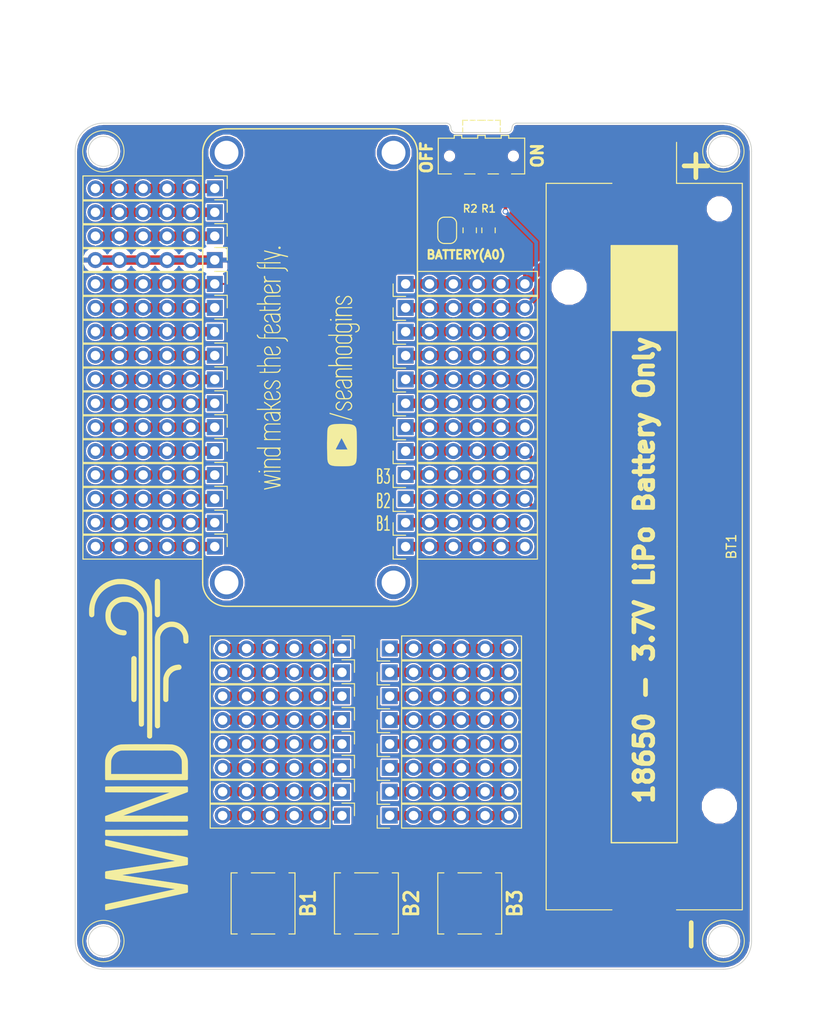
<source format=kicad_pcb>
(kicad_pcb (version 20171130) (host pcbnew "(5.0.0)")
  (title_block (title "Sensory Adaptation Robot") (date 2016-03-10) (rev 0.1a) (company "Idle Hands Dev.") (comment 1 "Sean Hodgins"))
  (layers (0 F.Cu signal) (31 B.Cu signal) (34 B.Paste user) (35 F.Paste user) (36 B.SilkS user) (37 F.SilkS user) (38 B.Mask user) (39 F.Mask user) (44 Edge.Cuts user))
  (net 0 "")
  (net 1 GND)
  (net 2 /VBAT)
  (net 3 /~RESET)
  (net 4 /A0)
  (net 5 /A4)
  (net 6 /MISO)
  (net 7 /D12)
  (net 8 /D6)
  (net 9 VCC)
  (net 10 /A1)
  (net 11 /A5)
  (net 12 /D0)
  (net 13 /EN)
  (net 14 /D11)
  (net 15 /D5)
  (net 16 /AREF)
  (net 17 /A2)
  (net 18 /SCK)
  (net 19 /D1)
  (net 20 /VUSB)
  (net 21 /D10)
  (net 22 /SCL)
  (net 23 /A3)
  (net 24 /MOSI)
  (net 25 /D13)
  (net 26 /D9)
  (net 27 /SDA)
  (net 28 "Net-(J29-Pad1)")
  (net 29 "Net-(J30-Pad1)")
  (net 30 "Net-(J31-Pad1)")
  (net 31 "Net-(J32-Pad1)")
  (net 32 "Net-(J33-Pad1)")
  (net 33 "Net-(J34-Pad1)")
  (net 34 "Net-(J35-Pad1)")
  (net 35 "Net-(J36-Pad1)")
  (net 36 "Net-(J37-Pad1)")
  (net 37 "Net-(J38-Pad1)")
  (net 38 "Net-(J39-Pad1)")
  (net 39 "Net-(J40-Pad1)")
  (net 40 "Net-(J41-Pad1)")
  (net 41 "Net-(J42-Pad1)")
  (net 42 "Net-(J43-Pad1)")
  (net 43 "Net-(J44-Pad1)")
  (net 44 "Net-(JP1-Pad1)")
  (net 45 "Net-(J25-Pad1)")
  (module Battery:BatteryHolder_Keystone_1042_1x18650 (layer F.Cu) (at 156.57596 71.044 270)
    (fp_text reference BT1 (at 0 -9.28 270) (layer F.SilkS))
    (fp_text value 18650)
    (fp_text user "18650 - 3.7V LiPo Battery Only" (at 2.5 0 270) (layer F.SilkS) (effects (font (size 2 2) (thickness 0.5))))
    (pad "" np_thru_hole circle (at -35.93 -8 270) (size 2.39 2.39) (drill 2.39) (layers *.Cu *.Mask))
    (pad "" np_thru_hole circle (at -27.6 8 270) (size 3.45 3.45) (drill 3.45) (layers *.Cu *.Mask))
    (pad "" np_thru_hole circle (at 27.6 -8 270) (size 3.45 3.45) (drill 3.45) (layers *.Cu *.Mask))
    (pad 2 smd rect (at 39.33 0 270) (size 7.34 6.35) (layers F.Cu F.Paste F.Mask) (net 1 GND))
    (pad 1 smd rect (at -39.33 0 270) (size 7.34 6.35) (layers F.Cu F.Paste F.Mask) (net 2 /VBAT))
  )
  (module Adafruit_FeatherWing:PCB_FeatherWing_silk (layer F.Cu) (at 121 52 270)
    (fp_text reference PCB**)
    (fp_text value VAL**)
    (pad "" np_thru_hole circle (at 22.86 8.89 270) (size 3.556 3.556) (drill 2.54) (layers *.Cu *.Mask))
    (pad "" np_thru_hole circle (at -22.86 8.89 270) (size 3.556 3.556) (drill 2.54) (layers *.Cu *.Mask))
    (pad "" np_thru_hole circle (at 22.86 -8.89 270) (size 3.556 3.556) (drill 2.54) (layers *.Cu *.Mask))
    (pad "" np_thru_hole circle (at -22.86 -8.89 270) (size 3.556 3.556) (drill 2.54) (layers *.Cu *.Mask))
  )
  (module Connector_PinHeader_2.54mm:PinHeader_1x06_P2.54mm_Vertical (layer F.Cu) (at 110.85596 32.944 270)
    (fp_text reference J1 hide)
    (fp_text value RESET)
    (pad 6 thru_hole oval (at 0 12.7 270) (size 1.7 1.7) (drill 1) (layers *.Cu *.Mask) (net 3 /~RESET))
    (pad 5 thru_hole oval (at 0 10.16 270) (size 1.7 1.7) (drill 1) (layers *.Cu *.Mask) (net 3 /~RESET))
    (pad 4 thru_hole oval (at 0 7.62 270) (size 1.7 1.7) (drill 1) (layers *.Cu *.Mask) (net 3 /~RESET))
    (pad 3 thru_hole oval (at 0 5.08 270) (size 1.7 1.7) (drill 1) (layers *.Cu *.Mask) (net 3 /~RESET))
    (pad 2 thru_hole oval (at 0 2.54 270) (size 1.7 1.7) (drill 1) (layers *.Cu *.Mask) (net 3 /~RESET))
    (pad 1 thru_hole rect (at 0 0 270) (size 1.7 1.7) (drill 1) (layers *.Cu *.Mask) (net 3 /~RESET))
  )
  (module Connector_PinHeader_2.54mm:PinHeader_1x06_P2.54mm_Vertical (layer F.Cu) (at 110.85596 43.104 270)
    (fp_text reference J2 hide)
    (fp_text value A0)
    (pad 6 thru_hole oval (at 0 12.7 270) (size 1.7 1.7) (drill 1) (layers *.Cu *.Mask) (net 4 /A0))
    (pad 5 thru_hole oval (at 0 10.16 270) (size 1.7 1.7) (drill 1) (layers *.Cu *.Mask) (net 4 /A0))
    (pad 4 thru_hole oval (at 0 7.62 270) (size 1.7 1.7) (drill 1) (layers *.Cu *.Mask) (net 4 /A0))
    (pad 3 thru_hole oval (at 0 5.08 270) (size 1.7 1.7) (drill 1) (layers *.Cu *.Mask) (net 4 /A0))
    (pad 2 thru_hole oval (at 0 2.54 270) (size 1.7 1.7) (drill 1) (layers *.Cu *.Mask) (net 4 /A0))
    (pad 1 thru_hole rect (at 0 0 270) (size 1.7 1.7) (drill 1) (layers *.Cu *.Mask) (net 4 /A0))
  )
  (module Connector_PinHeader_2.54mm:PinHeader_1x06_P2.54mm_Vertical (layer F.Cu) (at 110.85596 53.264 270)
    (fp_text reference J3 hide)
    (fp_text value A4)
    (pad 6 thru_hole oval (at 0 12.7 270) (size 1.7 1.7) (drill 1) (layers *.Cu *.Mask) (net 5 /A4))
    (pad 5 thru_hole oval (at 0 10.16 270) (size 1.7 1.7) (drill 1) (layers *.Cu *.Mask) (net 5 /A4))
    (pad 4 thru_hole oval (at 0 7.62 270) (size 1.7 1.7) (drill 1) (layers *.Cu *.Mask) (net 5 /A4))
    (pad 3 thru_hole oval (at 0 5.08 270) (size 1.7 1.7) (drill 1) (layers *.Cu *.Mask) (net 5 /A4))
    (pad 2 thru_hole oval (at 0 2.54 270) (size 1.7 1.7) (drill 1) (layers *.Cu *.Mask) (net 5 /A4))
    (pad 1 thru_hole rect (at 0 0 270) (size 1.7 1.7) (drill 1) (layers *.Cu *.Mask) (net 5 /A4))
  )
  (module Connector_PinHeader_2.54mm:PinHeader_1x06_P2.54mm_Vertical (layer F.Cu) (at 110.85596 63.424 270)
    (fp_text reference J4 hide)
    (fp_text value MISO)
    (pad 6 thru_hole oval (at 0 12.7 270) (size 1.7 1.7) (drill 1) (layers *.Cu *.Mask) (net 6 /MISO))
    (pad 5 thru_hole oval (at 0 10.16 270) (size 1.7 1.7) (drill 1) (layers *.Cu *.Mask) (net 6 /MISO))
    (pad 4 thru_hole oval (at 0 7.62 270) (size 1.7 1.7) (drill 1) (layers *.Cu *.Mask) (net 6 /MISO))
    (pad 3 thru_hole oval (at 0 5.08 270) (size 1.7 1.7) (drill 1) (layers *.Cu *.Mask) (net 6 /MISO))
    (pad 2 thru_hole oval (at 0 2.54 270) (size 1.7 1.7) (drill 1) (layers *.Cu *.Mask) (net 6 /MISO))
    (pad 1 thru_hole rect (at 0 0 270) (size 1.7 1.7) (drill 1) (layers *.Cu *.Mask) (net 6 /MISO))
  )
  (module Connector_PinHeader_2.54mm:PinHeader_1x06_P2.54mm_Vertical (layer F.Cu) (at 131.17596 43.104 90)
    (fp_text reference J5 hide)
    (fp_text value VBAT)
    (pad 1 thru_hole rect (at 0 0 90) (size 1.7 1.7) (drill 1) (layers *.Cu *.Mask) (net 2 /VBAT))
    (pad 2 thru_hole oval (at 0 2.54 90) (size 1.7 1.7) (drill 1) (layers *.Cu *.Mask) (net 2 /VBAT))
    (pad 3 thru_hole oval (at 0 5.08 90) (size 1.7 1.7) (drill 1) (layers *.Cu *.Mask) (net 2 /VBAT))
    (pad 4 thru_hole oval (at 0 7.62 90) (size 1.7 1.7) (drill 1) (layers *.Cu *.Mask) (net 2 /VBAT))
    (pad 5 thru_hole oval (at 0 10.16 90) (size 1.7 1.7) (drill 1) (layers *.Cu *.Mask) (net 2 /VBAT))
    (pad 6 thru_hole oval (at 0 12.7 90) (size 1.7 1.7) (drill 1) (layers *.Cu *.Mask) (net 2 /VBAT))
  )
  (module Connector_PinHeader_2.54mm:PinHeader_1x06_P2.54mm_Vertical (layer F.Cu) (at 131.17596 53.264 90)
    (fp_text reference J6 hide)
    (fp_text value D12)
    (pad 1 thru_hole rect (at 0 0 90) (size 1.7 1.7) (drill 1) (layers *.Cu *.Mask) (net 7 /D12))
    (pad 2 thru_hole oval (at 0 2.54 90) (size 1.7 1.7) (drill 1) (layers *.Cu *.Mask) (net 7 /D12))
    (pad 3 thru_hole oval (at 0 5.08 90) (size 1.7 1.7) (drill 1) (layers *.Cu *.Mask) (net 7 /D12))
    (pad 4 thru_hole oval (at 0 7.62 90) (size 1.7 1.7) (drill 1) (layers *.Cu *.Mask) (net 7 /D12))
    (pad 5 thru_hole oval (at 0 10.16 90) (size 1.7 1.7) (drill 1) (layers *.Cu *.Mask) (net 7 /D12))
    (pad 6 thru_hole oval (at 0 12.7 90) (size 1.7 1.7) (drill 1) (layers *.Cu *.Mask) (net 7 /D12))
  )
  (module Connector_PinHeader_2.54mm:PinHeader_1x06_P2.54mm_Vertical (layer F.Cu) (at 131.17596 63.424 90)
    (fp_text reference J7 hide)
    (fp_text value D6)
    (pad 1 thru_hole rect (at 0 0 90) (size 1.7 1.7) (drill 1) (layers *.Cu *.Mask) (net 8 /D6))
    (pad 2 thru_hole oval (at 0 2.54 90) (size 1.7 1.7) (drill 1) (layers *.Cu *.Mask) (net 8 /D6))
    (pad 3 thru_hole oval (at 0 5.08 90) (size 1.7 1.7) (drill 1) (layers *.Cu *.Mask) (net 8 /D6))
    (pad 4 thru_hole oval (at 0 7.62 90) (size 1.7 1.7) (drill 1) (layers *.Cu *.Mask) (net 8 /D6))
    (pad 5 thru_hole oval (at 0 10.16 90) (size 1.7 1.7) (drill 1) (layers *.Cu *.Mask) (net 8 /D6))
    (pad 6 thru_hole oval (at 0 12.7 90) (size 1.7 1.7) (drill 1) (layers *.Cu *.Mask) (net 8 /D6))
  )
  (module Connector_PinHeader_2.54mm:PinHeader_1x06_P2.54mm_Vertical (layer F.Cu) (at 110.85596 35.484 270)
    (fp_text reference J8 hide)
    (fp_text value VCC)
    (pad 1 thru_hole rect (at 0 0 270) (size 1.7 1.7) (drill 1) (layers *.Cu *.Mask) (net 9 VCC))
    (pad 2 thru_hole oval (at 0 2.54 270) (size 1.7 1.7) (drill 1) (layers *.Cu *.Mask) (net 9 VCC))
    (pad 3 thru_hole oval (at 0 5.08 270) (size 1.7 1.7) (drill 1) (layers *.Cu *.Mask) (net 9 VCC))
    (pad 4 thru_hole oval (at 0 7.62 270) (size 1.7 1.7) (drill 1) (layers *.Cu *.Mask) (net 9 VCC))
    (pad 5 thru_hole oval (at 0 10.16 270) (size 1.7 1.7) (drill 1) (layers *.Cu *.Mask) (net 9 VCC))
    (pad 6 thru_hole oval (at 0 12.7 270) (size 1.7 1.7) (drill 1) (layers *.Cu *.Mask) (net 9 VCC))
  )
  (module Connector_PinHeader_2.54mm:PinHeader_1x06_P2.54mm_Vertical (layer F.Cu) (at 110.85596 45.644 270)
    (fp_text reference J9 hide)
    (fp_text value A1)
    (pad 1 thru_hole rect (at 0 0 270) (size 1.7 1.7) (drill 1) (layers *.Cu *.Mask) (net 10 /A1))
    (pad 2 thru_hole oval (at 0 2.54 270) (size 1.7 1.7) (drill 1) (layers *.Cu *.Mask) (net 10 /A1))
    (pad 3 thru_hole oval (at 0 5.08 270) (size 1.7 1.7) (drill 1) (layers *.Cu *.Mask) (net 10 /A1))
    (pad 4 thru_hole oval (at 0 7.62 270) (size 1.7 1.7) (drill 1) (layers *.Cu *.Mask) (net 10 /A1))
    (pad 5 thru_hole oval (at 0 10.16 270) (size 1.7 1.7) (drill 1) (layers *.Cu *.Mask) (net 10 /A1))
    (pad 6 thru_hole oval (at 0 12.7 270) (size 1.7 1.7) (drill 1) (layers *.Cu *.Mask) (net 10 /A1))
  )
  (module Connector_PinHeader_2.54mm:PinHeader_1x06_P2.54mm_Vertical (layer F.Cu) (at 110.85596 55.804 270)
    (fp_text reference J10 hide)
    (fp_text value A5)
    (pad 1 thru_hole rect (at 0 0 270) (size 1.7 1.7) (drill 1) (layers *.Cu *.Mask) (net 11 /A5))
    (pad 2 thru_hole oval (at 0 2.54 270) (size 1.7 1.7) (drill 1) (layers *.Cu *.Mask) (net 11 /A5))
    (pad 3 thru_hole oval (at 0 5.08 270) (size 1.7 1.7) (drill 1) (layers *.Cu *.Mask) (net 11 /A5))
    (pad 4 thru_hole oval (at 0 7.62 270) (size 1.7 1.7) (drill 1) (layers *.Cu *.Mask) (net 11 /A5))
    (pad 5 thru_hole oval (at 0 10.16 270) (size 1.7 1.7) (drill 1) (layers *.Cu *.Mask) (net 11 /A5))
    (pad 6 thru_hole oval (at 0 12.7 270) (size 1.7 1.7) (drill 1) (layers *.Cu *.Mask) (net 11 /A5))
  )
  (module Connector_PinHeader_2.54mm:PinHeader_1x06_P2.54mm_Vertical (layer F.Cu) (at 110.85596 65.964 270)
    (fp_text reference J11 hide)
    (fp_text value D0)
    (pad 1 thru_hole rect (at 0 0 270) (size 1.7 1.7) (drill 1) (layers *.Cu *.Mask) (net 12 /D0))
    (pad 2 thru_hole oval (at 0 2.54 270) (size 1.7 1.7) (drill 1) (layers *.Cu *.Mask) (net 12 /D0))
    (pad 3 thru_hole oval (at 0 5.08 270) (size 1.7 1.7) (drill 1) (layers *.Cu *.Mask) (net 12 /D0))
    (pad 4 thru_hole oval (at 0 7.62 270) (size 1.7 1.7) (drill 1) (layers *.Cu *.Mask) (net 12 /D0))
    (pad 5 thru_hole oval (at 0 10.16 270) (size 1.7 1.7) (drill 1) (layers *.Cu *.Mask) (net 12 /D0))
    (pad 6 thru_hole oval (at 0 12.7 270) (size 1.7 1.7) (drill 1) (layers *.Cu *.Mask) (net 12 /D0))
  )
  (module Connector_PinHeader_2.54mm:PinHeader_1x06_P2.54mm_Vertical (layer F.Cu) (at 131.17596 45.644 90)
    (fp_text reference J12 hide)
    (fp_text value EN)
    (pad 6 thru_hole oval (at 0 12.7 90) (size 1.7 1.7) (drill 1) (layers *.Cu *.Mask) (net 13 /EN))
    (pad 5 thru_hole oval (at 0 10.16 90) (size 1.7 1.7) (drill 1) (layers *.Cu *.Mask) (net 13 /EN))
    (pad 4 thru_hole oval (at 0 7.62 90) (size 1.7 1.7) (drill 1) (layers *.Cu *.Mask) (net 13 /EN))
    (pad 3 thru_hole oval (at 0 5.08 90) (size 1.7 1.7) (drill 1) (layers *.Cu *.Mask) (net 13 /EN))
    (pad 2 thru_hole oval (at 0 2.54 90) (size 1.7 1.7) (drill 1) (layers *.Cu *.Mask) (net 13 /EN))
    (pad 1 thru_hole rect (at 0 0 90) (size 1.7 1.7) (drill 1) (layers *.Cu *.Mask) (net 13 /EN))
  )
  (module Connector_PinHeader_2.54mm:PinHeader_1x06_P2.54mm_Vertical (layer F.Cu) (at 131.17596 55.804 90)
    (fp_text reference J13 hide)
    (fp_text value D11)
    (pad 6 thru_hole oval (at 0 12.7 90) (size 1.7 1.7) (drill 1) (layers *.Cu *.Mask) (net 14 /D11))
    (pad 5 thru_hole oval (at 0 10.16 90) (size 1.7 1.7) (drill 1) (layers *.Cu *.Mask) (net 14 /D11))
    (pad 4 thru_hole oval (at 0 7.62 90) (size 1.7 1.7) (drill 1) (layers *.Cu *.Mask) (net 14 /D11))
    (pad 3 thru_hole oval (at 0 5.08 90) (size 1.7 1.7) (drill 1) (layers *.Cu *.Mask) (net 14 /D11))
    (pad 2 thru_hole oval (at 0 2.54 90) (size 1.7 1.7) (drill 1) (layers *.Cu *.Mask) (net 14 /D11))
    (pad 1 thru_hole rect (at 0 0 90) (size 1.7 1.7) (drill 1) (layers *.Cu *.Mask) (net 14 /D11))
  )
  (module Connector_PinHeader_2.54mm:PinHeader_1x06_P2.54mm_Vertical (layer F.Cu) (at 131.17596 65.964 90)
    (fp_text reference J14 hide)
    (fp_text value D5)
    (pad 6 thru_hole oval (at 0 12.7 90) (size 1.7 1.7) (drill 1) (layers *.Cu *.Mask) (net 15 /D5))
    (pad 5 thru_hole oval (at 0 10.16 90) (size 1.7 1.7) (drill 1) (layers *.Cu *.Mask) (net 15 /D5))
    (pad 4 thru_hole oval (at 0 7.62 90) (size 1.7 1.7) (drill 1) (layers *.Cu *.Mask) (net 15 /D5))
    (pad 3 thru_hole oval (at 0 5.08 90) (size 1.7 1.7) (drill 1) (layers *.Cu *.Mask) (net 15 /D5))
    (pad 2 thru_hole oval (at 0 2.54 90) (size 1.7 1.7) (drill 1) (layers *.Cu *.Mask) (net 15 /D5))
    (pad 1 thru_hole rect (at 0 0 90) (size 1.7 1.7) (drill 1) (layers *.Cu *.Mask) (net 15 /D5))
  )
  (module Connector_PinHeader_2.54mm:PinHeader_1x06_P2.54mm_Vertical (layer F.Cu) (at 110.85596 38.024 270)
    (fp_text reference J15 hide)
    (fp_text value AREF)
    (pad 6 thru_hole oval (at 0 12.7 270) (size 1.7 1.7) (drill 1) (layers *.Cu *.Mask) (net 16 /AREF))
    (pad 5 thru_hole oval (at 0 10.16 270) (size 1.7 1.7) (drill 1) (layers *.Cu *.Mask) (net 16 /AREF))
    (pad 4 thru_hole oval (at 0 7.62 270) (size 1.7 1.7) (drill 1) (layers *.Cu *.Mask) (net 16 /AREF))
    (pad 3 thru_hole oval (at 0 5.08 270) (size 1.7 1.7) (drill 1) (layers *.Cu *.Mask) (net 16 /AREF))
    (pad 2 thru_hole oval (at 0 2.54 270) (size 1.7 1.7) (drill 1) (layers *.Cu *.Mask) (net 16 /AREF))
    (pad 1 thru_hole rect (at 0 0 270) (size 1.7 1.7) (drill 1) (layers *.Cu *.Mask) (net 16 /AREF))
  )
  (module Connector_PinHeader_2.54mm:PinHeader_1x06_P2.54mm_Vertical (layer F.Cu) (at 110.85596 48.184 270)
    (fp_text reference J16 hide)
    (fp_text value A2)
    (pad 6 thru_hole oval (at 0 12.7 270) (size 1.7 1.7) (drill 1) (layers *.Cu *.Mask) (net 17 /A2))
    (pad 5 thru_hole oval (at 0 10.16 270) (size 1.7 1.7) (drill 1) (layers *.Cu *.Mask) (net 17 /A2))
    (pad 4 thru_hole oval (at 0 7.62 270) (size 1.7 1.7) (drill 1) (layers *.Cu *.Mask) (net 17 /A2))
    (pad 3 thru_hole oval (at 0 5.08 270) (size 1.7 1.7) (drill 1) (layers *.Cu *.Mask) (net 17 /A2))
    (pad 2 thru_hole oval (at 0 2.54 270) (size 1.7 1.7) (drill 1) (layers *.Cu *.Mask) (net 17 /A2))
    (pad 1 thru_hole rect (at 0 0 270) (size 1.7 1.7) (drill 1) (layers *.Cu *.Mask) (net 17 /A2))
  )
  (module Connector_PinHeader_2.54mm:PinHeader_1x06_P2.54mm_Vertical (layer F.Cu) (at 110.85596 58.344 270)
    (fp_text reference J17 hide)
    (fp_text value SCK)
    (pad 6 thru_hole oval (at 0 12.7 270) (size 1.7 1.7) (drill 1) (layers *.Cu *.Mask) (net 18 /SCK))
    (pad 5 thru_hole oval (at 0 10.16 270) (size 1.7 1.7) (drill 1) (layers *.Cu *.Mask) (net 18 /SCK))
    (pad 4 thru_hole oval (at 0 7.62 270) (size 1.7 1.7) (drill 1) (layers *.Cu *.Mask) (net 18 /SCK))
    (pad 3 thru_hole oval (at 0 5.08 270) (size 1.7 1.7) (drill 1) (layers *.Cu *.Mask) (net 18 /SCK))
    (pad 2 thru_hole oval (at 0 2.54 270) (size 1.7 1.7) (drill 1) (layers *.Cu *.Mask) (net 18 /SCK))
    (pad 1 thru_hole rect (at 0 0 270) (size 1.7 1.7) (drill 1) (layers *.Cu *.Mask) (net 18 /SCK))
  )
  (module Connector_PinHeader_2.54mm:PinHeader_1x06_P2.54mm_Vertical (layer F.Cu) (at 110.85596 68.504 270)
    (fp_text reference J18 hide)
    (fp_text value D1)
    (pad 1 thru_hole rect (at 0 0 270) (size 1.7 1.7) (drill 1) (layers *.Cu *.Mask) (net 19 /D1))
    (pad 2 thru_hole oval (at 0 2.54 270) (size 1.7 1.7) (drill 1) (layers *.Cu *.Mask) (net 19 /D1))
    (pad 3 thru_hole oval (at 0 5.08 270) (size 1.7 1.7) (drill 1) (layers *.Cu *.Mask) (net 19 /D1))
    (pad 4 thru_hole oval (at 0 7.62 270) (size 1.7 1.7) (drill 1) (layers *.Cu *.Mask) (net 19 /D1))
    (pad 5 thru_hole oval (at 0 10.16 270) (size 1.7 1.7) (drill 1) (layers *.Cu *.Mask) (net 19 /D1))
    (pad 6 thru_hole oval (at 0 12.7 270) (size 1.7 1.7) (drill 1) (layers *.Cu *.Mask) (net 19 /D1))
  )
  (module Connector_PinHeader_2.54mm:PinHeader_1x06_P2.54mm_Vertical (layer F.Cu) (at 131.17596 48.184 90)
    (fp_text reference J19 hide)
    (fp_text value VBUS)
    (pad 1 thru_hole rect (at 0 0 90) (size 1.7 1.7) (drill 1) (layers *.Cu *.Mask) (net 20 /VUSB))
    (pad 2 thru_hole oval (at 0 2.54 90) (size 1.7 1.7) (drill 1) (layers *.Cu *.Mask) (net 20 /VUSB))
    (pad 3 thru_hole oval (at 0 5.08 90) (size 1.7 1.7) (drill 1) (layers *.Cu *.Mask) (net 20 /VUSB))
    (pad 4 thru_hole oval (at 0 7.62 90) (size 1.7 1.7) (drill 1) (layers *.Cu *.Mask) (net 20 /VUSB))
    (pad 5 thru_hole oval (at 0 10.16 90) (size 1.7 1.7) (drill 1) (layers *.Cu *.Mask) (net 20 /VUSB))
    (pad 6 thru_hole oval (at 0 12.7 90) (size 1.7 1.7) (drill 1) (layers *.Cu *.Mask) (net 20 /VUSB))
  )
  (module Connector_PinHeader_2.54mm:PinHeader_1x06_P2.54mm_Vertical (layer F.Cu) (at 131.17596 58.344 90)
    (fp_text reference J20 hide)
    (fp_text value D10)
    (pad 1 thru_hole rect (at 0 0 90) (size 1.7 1.7) (drill 1) (layers *.Cu *.Mask) (net 21 /D10))
    (pad 2 thru_hole oval (at 0 2.54 90) (size 1.7 1.7) (drill 1) (layers *.Cu *.Mask) (net 21 /D10))
    (pad 3 thru_hole oval (at 0 5.08 90) (size 1.7 1.7) (drill 1) (layers *.Cu *.Mask) (net 21 /D10))
    (pad 4 thru_hole oval (at 0 7.62 90) (size 1.7 1.7) (drill 1) (layers *.Cu *.Mask) (net 21 /D10))
    (pad 5 thru_hole oval (at 0 10.16 90) (size 1.7 1.7) (drill 1) (layers *.Cu *.Mask) (net 21 /D10))
    (pad 6 thru_hole oval (at 0 12.7 90) (size 1.7 1.7) (drill 1) (layers *.Cu *.Mask) (net 21 /D10))
  )
  (module Connector_PinHeader_2.54mm:PinHeader_1x06_P2.54mm_Vertical (layer F.Cu) (at 131.17596 68.504 90)
    (fp_text reference J21 hide)
    (fp_text value SCL)
    (pad 1 thru_hole rect (at 0 0 90) (size 1.7 1.7) (drill 1) (layers *.Cu *.Mask) (net 22 /SCL))
    (pad 2 thru_hole oval (at 0 2.54 90) (size 1.7 1.7) (drill 1) (layers *.Cu *.Mask) (net 22 /SCL))
    (pad 3 thru_hole oval (at 0 5.08 90) (size 1.7 1.7) (drill 1) (layers *.Cu *.Mask) (net 22 /SCL))
    (pad 4 thru_hole oval (at 0 7.62 90) (size 1.7 1.7) (drill 1) (layers *.Cu *.Mask) (net 22 /SCL))
    (pad 5 thru_hole oval (at 0 10.16 90) (size 1.7 1.7) (drill 1) (layers *.Cu *.Mask) (net 22 /SCL))
    (pad 6 thru_hole oval (at 0 12.7 90) (size 1.7 1.7) (drill 1) (layers *.Cu *.Mask) (net 22 /SCL))
  )
  (module Connector_PinHeader_2.54mm:PinHeader_1x06_P2.54mm_Vertical (layer F.Cu) (at 110.85596 40.564 270)
    (fp_text reference J22 hide)
    (fp_text value GND)
    (pad 1 thru_hole rect (at 0 0 270) (size 1.7 1.7) (drill 1) (layers *.Cu *.Mask) (net 1 GND))
    (pad 2 thru_hole oval (at 0 2.54 270) (size 1.7 1.7) (drill 1) (layers *.Cu *.Mask) (net 1 GND))
    (pad 3 thru_hole oval (at 0 5.08 270) (size 1.7 1.7) (drill 1) (layers *.Cu *.Mask) (net 1 GND))
    (pad 4 thru_hole oval (at 0 7.62 270) (size 1.7 1.7) (drill 1) (layers *.Cu *.Mask) (net 1 GND))
    (pad 5 thru_hole oval (at 0 10.16 270) (size 1.7 1.7) (drill 1) (layers *.Cu *.Mask) (net 1 GND))
    (pad 6 thru_hole oval (at 0 12.7 270) (size 1.7 1.7) (drill 1) (layers *.Cu *.Mask) (net 1 GND))
  )
  (module Connector_PinHeader_2.54mm:PinHeader_1x06_P2.54mm_Vertical (layer F.Cu) (at 110.85596 50.724 270)
    (fp_text reference J23 hide)
    (fp_text value A3)
    (pad 1 thru_hole rect (at 0 0 270) (size 1.7 1.7) (drill 1) (layers *.Cu *.Mask) (net 23 /A3))
    (pad 2 thru_hole oval (at 0 2.54 270) (size 1.7 1.7) (drill 1) (layers *.Cu *.Mask) (net 23 /A3))
    (pad 3 thru_hole oval (at 0 5.08 270) (size 1.7 1.7) (drill 1) (layers *.Cu *.Mask) (net 23 /A3))
    (pad 4 thru_hole oval (at 0 7.62 270) (size 1.7 1.7) (drill 1) (layers *.Cu *.Mask) (net 23 /A3))
    (pad 5 thru_hole oval (at 0 10.16 270) (size 1.7 1.7) (drill 1) (layers *.Cu *.Mask) (net 23 /A3))
    (pad 6 thru_hole oval (at 0 12.7 270) (size 1.7 1.7) (drill 1) (layers *.Cu *.Mask) (net 23 /A3))
  )
  (module Connector_PinHeader_2.54mm:PinHeader_1x06_P2.54mm_Vertical (layer F.Cu) (at 110.85596 60.884 270)
    (fp_text reference J24 hide)
    (fp_text value MOSI)
    (pad 1 thru_hole rect (at 0 0 270) (size 1.7 1.7) (drill 1) (layers *.Cu *.Mask) (net 24 /MOSI))
    (pad 2 thru_hole oval (at 0 2.54 270) (size 1.7 1.7) (drill 1) (layers *.Cu *.Mask) (net 24 /MOSI))
    (pad 3 thru_hole oval (at 0 5.08 270) (size 1.7 1.7) (drill 1) (layers *.Cu *.Mask) (net 24 /MOSI))
    (pad 4 thru_hole oval (at 0 7.62 270) (size 1.7 1.7) (drill 1) (layers *.Cu *.Mask) (net 24 /MOSI))
    (pad 5 thru_hole oval (at 0 10.16 270) (size 1.7 1.7) (drill 1) (layers *.Cu *.Mask) (net 24 /MOSI))
    (pad 6 thru_hole oval (at 0 12.7 270) (size 1.7 1.7) (drill 1) (layers *.Cu *.Mask) (net 24 /MOSI))
  )
  (module Connector_PinHeader_2.54mm:PinHeader_1x06_P2.54mm_Vertical (layer F.Cu) (at 110.85596 71.044 270)
    (fp_text reference J25 hide)
    (fp_text value EXT)
    (pad 6 thru_hole oval (at 0 12.7 270) (size 1.7 1.7) (drill 1) (layers *.Cu *.Mask) (net 45 "Net-(J25-Pad1)"))
    (pad 5 thru_hole oval (at 0 10.16 270) (size 1.7 1.7) (drill 1) (layers *.Cu *.Mask) (net 45 "Net-(J25-Pad1)"))
    (pad 4 thru_hole oval (at 0 7.62 270) (size 1.7 1.7) (drill 1) (layers *.Cu *.Mask) (net 45 "Net-(J25-Pad1)"))
    (pad 3 thru_hole oval (at 0 5.08 270) (size 1.7 1.7) (drill 1) (layers *.Cu *.Mask) (net 45 "Net-(J25-Pad1)"))
    (pad 2 thru_hole oval (at 0 2.54 270) (size 1.7 1.7) (drill 1) (layers *.Cu *.Mask) (net 45 "Net-(J25-Pad1)"))
    (pad 1 thru_hole rect (at 0 0 270) (size 1.7 1.7) (drill 1) (layers *.Cu *.Mask) (net 45 "Net-(J25-Pad1)"))
  )
  (module Connector_PinHeader_2.54mm:PinHeader_1x06_P2.54mm_Vertical (layer F.Cu) (at 131.17596 50.724 90)
    (fp_text reference J26 hide)
    (fp_text value D13)
    (pad 6 thru_hole oval (at 0 12.7 90) (size 1.7 1.7) (drill 1) (layers *.Cu *.Mask) (net 25 /D13))
    (pad 5 thru_hole oval (at 0 10.16 90) (size 1.7 1.7) (drill 1) (layers *.Cu *.Mask) (net 25 /D13))
    (pad 4 thru_hole oval (at 0 7.62 90) (size 1.7 1.7) (drill 1) (layers *.Cu *.Mask) (net 25 /D13))
    (pad 3 thru_hole oval (at 0 5.08 90) (size 1.7 1.7) (drill 1) (layers *.Cu *.Mask) (net 25 /D13))
    (pad 2 thru_hole oval (at 0 2.54 90) (size 1.7 1.7) (drill 1) (layers *.Cu *.Mask) (net 25 /D13))
    (pad 1 thru_hole rect (at 0 0 90) (size 1.7 1.7) (drill 1) (layers *.Cu *.Mask) (net 25 /D13))
  )
  (module Connector_PinHeader_2.54mm:PinHeader_1x06_P2.54mm_Vertical (layer F.Cu) (at 131.17596 60.884 90)
    (fp_text reference J27 hide)
    (fp_text value D9)
    (pad 6 thru_hole oval (at 0 12.7 90) (size 1.7 1.7) (drill 1) (layers *.Cu *.Mask) (net 26 /D9))
    (pad 5 thru_hole oval (at 0 10.16 90) (size 1.7 1.7) (drill 1) (layers *.Cu *.Mask) (net 26 /D9))
    (pad 4 thru_hole oval (at 0 7.62 90) (size 1.7 1.7) (drill 1) (layers *.Cu *.Mask) (net 26 /D9))
    (pad 3 thru_hole oval (at 0 5.08 90) (size 1.7 1.7) (drill 1) (layers *.Cu *.Mask) (net 26 /D9))
    (pad 2 thru_hole oval (at 0 2.54 90) (size 1.7 1.7) (drill 1) (layers *.Cu *.Mask) (net 26 /D9))
    (pad 1 thru_hole rect (at 0 0 90) (size 1.7 1.7) (drill 1) (layers *.Cu *.Mask) (net 26 /D9))
  )
  (module Connector_PinHeader_2.54mm:PinHeader_1x06_P2.54mm_Vertical (layer F.Cu) (at 131.17596 71.044 90)
    (fp_text reference J28 hide)
    (fp_text value SDA)
    (pad 6 thru_hole oval (at 0 12.7 90) (size 1.7 1.7) (drill 1) (layers *.Cu *.Mask) (net 27 /SDA))
    (pad 5 thru_hole oval (at 0 10.16 90) (size 1.7 1.7) (drill 1) (layers *.Cu *.Mask) (net 27 /SDA))
    (pad 4 thru_hole oval (at 0 7.62 90) (size 1.7 1.7) (drill 1) (layers *.Cu *.Mask) (net 27 /SDA))
    (pad 3 thru_hole oval (at 0 5.08 90) (size 1.7 1.7) (drill 1) (layers *.Cu *.Mask) (net 27 /SDA))
    (pad 2 thru_hole oval (at 0 2.54 90) (size 1.7 1.7) (drill 1) (layers *.Cu *.Mask) (net 27 /SDA))
    (pad 1 thru_hole rect (at 0 0 90) (size 1.7 1.7) (drill 1) (layers *.Cu *.Mask) (net 27 /SDA))
  )
  (module Button_Switch_SMD:SW_SPDT_CK-JS102011SAQN (layer F.Cu) (at 139.25 29.5 180)
    (fp_text reference SW1 hide)
    (fp_text value SW_SPDT)
    (pad 1 smd rect (at -2.5 -2.75 180) (size 1.25 2.5) (layers F.Cu F.Paste F.Mask) (net 13 /EN))
    (pad 2 smd rect (at 0 -2.75 180) (size 1.25 2.5) (layers F.Cu F.Paste F.Mask) (net 1 GND))
    (pad 3 smd rect (at 2.5 -2.75 180) (size 1.25 2.5) (layers F.Cu F.Paste F.Mask) (net 1 GND))
    (pad "" np_thru_hole circle (at -3.4 0 180) (size 0.9 0.9) (drill 0.9) (layers *.Cu *.Mask))
    (pad "" np_thru_hole circle (at 3.4 0 180) (size 0.9 0.9) (drill 0.9) (layers *.Cu *.Mask))
  )
  (module Connector_PinHeader_2.54mm:PinHeader_1x06_P2.54mm_Vertical (layer F.Cu) (at 129.48 81.88 90)
    (fp_text reference J29 hide)
    (fp_text value Proto)
    (pad 6 thru_hole oval (at 0 12.7 90) (size 1.7 1.7) (drill 1) (layers *.Cu *.Mask) (net 28 "Net-(J29-Pad1)"))
    (pad 5 thru_hole oval (at 0 10.16 90) (size 1.7 1.7) (drill 1) (layers *.Cu *.Mask) (net 28 "Net-(J29-Pad1)"))
    (pad 4 thru_hole oval (at 0 7.62 90) (size 1.7 1.7) (drill 1) (layers *.Cu *.Mask) (net 28 "Net-(J29-Pad1)"))
    (pad 3 thru_hole oval (at 0 5.08 90) (size 1.7 1.7) (drill 1) (layers *.Cu *.Mask) (net 28 "Net-(J29-Pad1)"))
    (pad 2 thru_hole oval (at 0 2.54 90) (size 1.7 1.7) (drill 1) (layers *.Cu *.Mask) (net 28 "Net-(J29-Pad1)"))
    (pad 1 thru_hole rect (at 0 0 90) (size 1.7 1.7) (drill 1) (layers *.Cu *.Mask) (net 28 "Net-(J29-Pad1)"))
  )
  (module Connector_PinHeader_2.54mm:PinHeader_1x06_P2.54mm_Vertical (layer F.Cu) (at 124.4 81.88 270)
    (fp_text reference J30 hide)
    (fp_text value Proto)
    (pad 1 thru_hole rect (at 0 0 270) (size 1.7 1.7) (drill 1) (layers *.Cu *.Mask) (net 29 "Net-(J30-Pad1)"))
    (pad 2 thru_hole oval (at 0 2.54 270) (size 1.7 1.7) (drill 1) (layers *.Cu *.Mask) (net 29 "Net-(J30-Pad1)"))
    (pad 3 thru_hole oval (at 0 5.08 270) (size 1.7 1.7) (drill 1) (layers *.Cu *.Mask) (net 29 "Net-(J30-Pad1)"))
    (pad 4 thru_hole oval (at 0 7.62 270) (size 1.7 1.7) (drill 1) (layers *.Cu *.Mask) (net 29 "Net-(J30-Pad1)"))
    (pad 5 thru_hole oval (at 0 10.16 270) (size 1.7 1.7) (drill 1) (layers *.Cu *.Mask) (net 29 "Net-(J30-Pad1)"))
    (pad 6 thru_hole oval (at 0 12.7 270) (size 1.7 1.7) (drill 1) (layers *.Cu *.Mask) (net 29 "Net-(J30-Pad1)"))
  )
  (module Connector_PinHeader_2.54mm:PinHeader_1x06_P2.54mm_Vertical (layer F.Cu) (at 124.4 84.42 270)
    (fp_text reference J31 hide)
    (fp_text value Proto)
    (pad 6 thru_hole oval (at 0 12.7 270) (size 1.7 1.7) (drill 1) (layers *.Cu *.Mask) (net 30 "Net-(J31-Pad1)"))
    (pad 5 thru_hole oval (at 0 10.16 270) (size 1.7 1.7) (drill 1) (layers *.Cu *.Mask) (net 30 "Net-(J31-Pad1)"))
    (pad 4 thru_hole oval (at 0 7.62 270) (size 1.7 1.7) (drill 1) (layers *.Cu *.Mask) (net 30 "Net-(J31-Pad1)"))
    (pad 3 thru_hole oval (at 0 5.08 270) (size 1.7 1.7) (drill 1) (layers *.Cu *.Mask) (net 30 "Net-(J31-Pad1)"))
    (pad 2 thru_hole oval (at 0 2.54 270) (size 1.7 1.7) (drill 1) (layers *.Cu *.Mask) (net 30 "Net-(J31-Pad1)"))
    (pad 1 thru_hole rect (at 0 0 270) (size 1.7 1.7) (drill 1) (layers *.Cu *.Mask) (net 30 "Net-(J31-Pad1)"))
  )
  (module Connector_PinHeader_2.54mm:PinHeader_1x06_P2.54mm_Vertical (layer F.Cu) (at 129.48 84.42 90)
    (fp_text reference J32 hide)
    (fp_text value Proto)
    (pad 1 thru_hole rect (at 0 0 90) (size 1.7 1.7) (drill 1) (layers *.Cu *.Mask) (net 31 "Net-(J32-Pad1)"))
    (pad 2 thru_hole oval (at 0 2.54 90) (size 1.7 1.7) (drill 1) (layers *.Cu *.Mask) (net 31 "Net-(J32-Pad1)"))
    (pad 3 thru_hole oval (at 0 5.08 90) (size 1.7 1.7) (drill 1) (layers *.Cu *.Mask) (net 31 "Net-(J32-Pad1)"))
    (pad 4 thru_hole oval (at 0 7.62 90) (size 1.7 1.7) (drill 1) (layers *.Cu *.Mask) (net 31 "Net-(J32-Pad1)"))
    (pad 5 thru_hole oval (at 0 10.16 90) (size 1.7 1.7) (drill 1) (layers *.Cu *.Mask) (net 31 "Net-(J32-Pad1)"))
    (pad 6 thru_hole oval (at 0 12.7 90) (size 1.7 1.7) (drill 1) (layers *.Cu *.Mask) (net 31 "Net-(J32-Pad1)"))
  )
  (module Connector_PinHeader_2.54mm:PinHeader_1x06_P2.54mm_Vertical (layer F.Cu) (at 124.4 86.96 270)
    (fp_text reference J33 hide)
    (fp_text value Proto)
    (pad 6 thru_hole oval (at 0 12.7 270) (size 1.7 1.7) (drill 1) (layers *.Cu *.Mask) (net 32 "Net-(J33-Pad1)"))
    (pad 5 thru_hole oval (at 0 10.16 270) (size 1.7 1.7) (drill 1) (layers *.Cu *.Mask) (net 32 "Net-(J33-Pad1)"))
    (pad 4 thru_hole oval (at 0 7.62 270) (size 1.7 1.7) (drill 1) (layers *.Cu *.Mask) (net 32 "Net-(J33-Pad1)"))
    (pad 3 thru_hole oval (at 0 5.08 270) (size 1.7 1.7) (drill 1) (layers *.Cu *.Mask) (net 32 "Net-(J33-Pad1)"))
    (pad 2 thru_hole oval (at 0 2.54 270) (size 1.7 1.7) (drill 1) (layers *.Cu *.Mask) (net 32 "Net-(J33-Pad1)"))
    (pad 1 thru_hole rect (at 0 0 270) (size 1.7 1.7) (drill 1) (layers *.Cu *.Mask) (net 32 "Net-(J33-Pad1)"))
  )
  (module Connector_PinHeader_2.54mm:PinHeader_1x06_P2.54mm_Vertical (layer F.Cu) (at 124.4 89.5 270)
    (fp_text reference J34 hide)
    (fp_text value Proto)
    (pad 1 thru_hole rect (at 0 0 270) (size 1.7 1.7) (drill 1) (layers *.Cu *.Mask) (net 33 "Net-(J34-Pad1)"))
    (pad 2 thru_hole oval (at 0 2.54 270) (size 1.7 1.7) (drill 1) (layers *.Cu *.Mask) (net 33 "Net-(J34-Pad1)"))
    (pad 3 thru_hole oval (at 0 5.08 270) (size 1.7 1.7) (drill 1) (layers *.Cu *.Mask) (net 33 "Net-(J34-Pad1)"))
    (pad 4 thru_hole oval (at 0 7.62 270) (size 1.7 1.7) (drill 1) (layers *.Cu *.Mask) (net 33 "Net-(J34-Pad1)"))
    (pad 5 thru_hole oval (at 0 10.16 270) (size 1.7 1.7) (drill 1) (layers *.Cu *.Mask) (net 33 "Net-(J34-Pad1)"))
    (pad 6 thru_hole oval (at 0 12.7 270) (size 1.7 1.7) (drill 1) (layers *.Cu *.Mask) (net 33 "Net-(J34-Pad1)"))
  )
  (module Connector_PinHeader_2.54mm:PinHeader_1x06_P2.54mm_Vertical (layer F.Cu) (at 124.4 92.04 270)
    (fp_text reference J35 hide)
    (fp_text value Proto)
    (pad 1 thru_hole rect (at 0 0 270) (size 1.7 1.7) (drill 1) (layers *.Cu *.Mask) (net 34 "Net-(J35-Pad1)"))
    (pad 2 thru_hole oval (at 0 2.54 270) (size 1.7 1.7) (drill 1) (layers *.Cu *.Mask) (net 34 "Net-(J35-Pad1)"))
    (pad 3 thru_hole oval (at 0 5.08 270) (size 1.7 1.7) (drill 1) (layers *.Cu *.Mask) (net 34 "Net-(J35-Pad1)"))
    (pad 4 thru_hole oval (at 0 7.62 270) (size 1.7 1.7) (drill 1) (layers *.Cu *.Mask) (net 34 "Net-(J35-Pad1)"))
    (pad 5 thru_hole oval (at 0 10.16 270) (size 1.7 1.7) (drill 1) (layers *.Cu *.Mask) (net 34 "Net-(J35-Pad1)"))
    (pad 6 thru_hole oval (at 0 12.7 270) (size 1.7 1.7) (drill 1) (layers *.Cu *.Mask) (net 34 "Net-(J35-Pad1)"))
  )
  (module Connector_PinHeader_2.54mm:PinHeader_1x06_P2.54mm_Vertical (layer F.Cu) (at 124.4 94.58 270)
    (fp_text reference J36 hide)
    (fp_text value Proto)
    (pad 1 thru_hole rect (at 0 0 270) (size 1.7 1.7) (drill 1) (layers *.Cu *.Mask) (net 35 "Net-(J36-Pad1)"))
    (pad 2 thru_hole oval (at 0 2.54 270) (size 1.7 1.7) (drill 1) (layers *.Cu *.Mask) (net 35 "Net-(J36-Pad1)"))
    (pad 3 thru_hole oval (at 0 5.08 270) (size 1.7 1.7) (drill 1) (layers *.Cu *.Mask) (net 35 "Net-(J36-Pad1)"))
    (pad 4 thru_hole oval (at 0 7.62 270) (size 1.7 1.7) (drill 1) (layers *.Cu *.Mask) (net 35 "Net-(J36-Pad1)"))
    (pad 5 thru_hole oval (at 0 10.16 270) (size 1.7 1.7) (drill 1) (layers *.Cu *.Mask) (net 35 "Net-(J36-Pad1)"))
    (pad 6 thru_hole oval (at 0 12.7 270) (size 1.7 1.7) (drill 1) (layers *.Cu *.Mask) (net 35 "Net-(J36-Pad1)"))
  )
  (module Connector_PinHeader_2.54mm:PinHeader_1x06_P2.54mm_Vertical (layer F.Cu) (at 124.4 97.12 270)
    (fp_text reference J37 hide)
    (fp_text value Proto)
    (pad 6 thru_hole oval (at 0 12.7 270) (size 1.7 1.7) (drill 1) (layers *.Cu *.Mask) (net 36 "Net-(J37-Pad1)"))
    (pad 5 thru_hole oval (at 0 10.16 270) (size 1.7 1.7) (drill 1) (layers *.Cu *.Mask) (net 36 "Net-(J37-Pad1)"))
    (pad 4 thru_hole oval (at 0 7.62 270) (size 1.7 1.7) (drill 1) (layers *.Cu *.Mask) (net 36 "Net-(J37-Pad1)"))
    (pad 3 thru_hole oval (at 0 5.08 270) (size 1.7 1.7) (drill 1) (layers *.Cu *.Mask) (net 36 "Net-(J37-Pad1)"))
    (pad 2 thru_hole oval (at 0 2.54 270) (size 1.7 1.7) (drill 1) (layers *.Cu *.Mask) (net 36 "Net-(J37-Pad1)"))
    (pad 1 thru_hole rect (at 0 0 270) (size 1.7 1.7) (drill 1) (layers *.Cu *.Mask) (net 36 "Net-(J37-Pad1)"))
  )
  (module Connector_PinHeader_2.54mm:PinHeader_1x06_P2.54mm_Vertical (layer F.Cu) (at 129.48 86.96 90)
    (fp_text reference J38 hide)
    (fp_text value Proto)
    (pad 6 thru_hole oval (at 0 12.7 90) (size 1.7 1.7) (drill 1) (layers *.Cu *.Mask) (net 37 "Net-(J38-Pad1)"))
    (pad 5 thru_hole oval (at 0 10.16 90) (size 1.7 1.7) (drill 1) (layers *.Cu *.Mask) (net 37 "Net-(J38-Pad1)"))
    (pad 4 thru_hole oval (at 0 7.62 90) (size 1.7 1.7) (drill 1) (layers *.Cu *.Mask) (net 37 "Net-(J38-Pad1)"))
    (pad 3 thru_hole oval (at 0 5.08 90) (size 1.7 1.7) (drill 1) (layers *.Cu *.Mask) (net 37 "Net-(J38-Pad1)"))
    (pad 2 thru_hole oval (at 0 2.54 90) (size 1.7 1.7) (drill 1) (layers *.Cu *.Mask) (net 37 "Net-(J38-Pad1)"))
    (pad 1 thru_hole rect (at 0 0 90) (size 1.7 1.7) (drill 1) (layers *.Cu *.Mask) (net 37 "Net-(J38-Pad1)"))
  )
  (module Connector_PinHeader_2.54mm:PinHeader_1x06_P2.54mm_Vertical (layer F.Cu) (at 129.48 89.5 90)
    (fp_text reference J39 hide)
    (fp_text value Proto)
    (pad 1 thru_hole rect (at 0 0 90) (size 1.7 1.7) (drill 1) (layers *.Cu *.Mask) (net 38 "Net-(J39-Pad1)"))
    (pad 2 thru_hole oval (at 0 2.54 90) (size 1.7 1.7) (drill 1) (layers *.Cu *.Mask) (net 38 "Net-(J39-Pad1)"))
    (pad 3 thru_hole oval (at 0 5.08 90) (size 1.7 1.7) (drill 1) (layers *.Cu *.Mask) (net 38 "Net-(J39-Pad1)"))
    (pad 4 thru_hole oval (at 0 7.62 90) (size 1.7 1.7) (drill 1) (layers *.Cu *.Mask) (net 38 "Net-(J39-Pad1)"))
    (pad 5 thru_hole oval (at 0 10.16 90) (size 1.7 1.7) (drill 1) (layers *.Cu *.Mask) (net 38 "Net-(J39-Pad1)"))
    (pad 6 thru_hole oval (at 0 12.7 90) (size 1.7 1.7) (drill 1) (layers *.Cu *.Mask) (net 38 "Net-(J39-Pad1)"))
  )
  (module Connector_PinHeader_2.54mm:PinHeader_1x06_P2.54mm_Vertical (layer F.Cu) (at 129.48 92.04 90)
    (fp_text reference J40 hide)
    (fp_text value Proto)
    (pad 1 thru_hole rect (at 0 0 90) (size 1.7 1.7) (drill 1) (layers *.Cu *.Mask) (net 39 "Net-(J40-Pad1)"))
    (pad 2 thru_hole oval (at 0 2.54 90) (size 1.7 1.7) (drill 1) (layers *.Cu *.Mask) (net 39 "Net-(J40-Pad1)"))
    (pad 3 thru_hole oval (at 0 5.08 90) (size 1.7 1.7) (drill 1) (layers *.Cu *.Mask) (net 39 "Net-(J40-Pad1)"))
    (pad 4 thru_hole oval (at 0 7.62 90) (size 1.7 1.7) (drill 1) (layers *.Cu *.Mask) (net 39 "Net-(J40-Pad1)"))
    (pad 5 thru_hole oval (at 0 10.16 90) (size 1.7 1.7) (drill 1) (layers *.Cu *.Mask) (net 39 "Net-(J40-Pad1)"))
    (pad 6 thru_hole oval (at 0 12.7 90) (size 1.7 1.7) (drill 1) (layers *.Cu *.Mask) (net 39 "Net-(J40-Pad1)"))
  )
  (module Connector_PinHeader_2.54mm:PinHeader_1x06_P2.54mm_Vertical (layer F.Cu) (at 129.48 94.58 90)
    (fp_text reference J41 hide)
    (fp_text value Proto)
    (pad 1 thru_hole rect (at 0 0 90) (size 1.7 1.7) (drill 1) (layers *.Cu *.Mask) (net 40 "Net-(J41-Pad1)"))
    (pad 2 thru_hole oval (at 0 2.54 90) (size 1.7 1.7) (drill 1) (layers *.Cu *.Mask) (net 40 "Net-(J41-Pad1)"))
    (pad 3 thru_hole oval (at 0 5.08 90) (size 1.7 1.7) (drill 1) (layers *.Cu *.Mask) (net 40 "Net-(J41-Pad1)"))
    (pad 4 thru_hole oval (at 0 7.62 90) (size 1.7 1.7) (drill 1) (layers *.Cu *.Mask) (net 40 "Net-(J41-Pad1)"))
    (pad 5 thru_hole oval (at 0 10.16 90) (size 1.7 1.7) (drill 1) (layers *.Cu *.Mask) (net 40 "Net-(J41-Pad1)"))
    (pad 6 thru_hole oval (at 0 12.7 90) (size 1.7 1.7) (drill 1) (layers *.Cu *.Mask) (net 40 "Net-(J41-Pad1)"))
  )
  (module Connector_PinHeader_2.54mm:PinHeader_1x06_P2.54mm_Vertical (layer F.Cu) (at 129.48 97.12 90)
    (fp_text reference J42 hide)
    (fp_text value Proto)
    (pad 6 thru_hole oval (at 0 12.7 90) (size 1.7 1.7) (drill 1) (layers *.Cu *.Mask) (net 41 "Net-(J42-Pad1)"))
    (pad 5 thru_hole oval (at 0 10.16 90) (size 1.7 1.7) (drill 1) (layers *.Cu *.Mask) (net 41 "Net-(J42-Pad1)"))
    (pad 4 thru_hole oval (at 0 7.62 90) (size 1.7 1.7) (drill 1) (layers *.Cu *.Mask) (net 41 "Net-(J42-Pad1)"))
    (pad 3 thru_hole oval (at 0 5.08 90) (size 1.7 1.7) (drill 1) (layers *.Cu *.Mask) (net 41 "Net-(J42-Pad1)"))
    (pad 2 thru_hole oval (at 0 2.54 90) (size 1.7 1.7) (drill 1) (layers *.Cu *.Mask) (net 41 "Net-(J42-Pad1)"))
    (pad 1 thru_hole rect (at 0 0 90) (size 1.7 1.7) (drill 1) (layers *.Cu *.Mask) (net 41 "Net-(J42-Pad1)"))
  )
  (module Connector_PinHeader_2.54mm:PinHeader_1x06_P2.54mm_Vertical (layer F.Cu) (at 124.4 99.66 270)
    (fp_text reference J43 hide)
    (fp_text value Proto)
    (pad 6 thru_hole oval (at 0 12.7 270) (size 1.7 1.7) (drill 1) (layers *.Cu *.Mask) (net 42 "Net-(J43-Pad1)"))
    (pad 5 thru_hole oval (at 0 10.16 270) (size 1.7 1.7) (drill 1) (layers *.Cu *.Mask) (net 42 "Net-(J43-Pad1)"))
    (pad 4 thru_hole oval (at 0 7.62 270) (size 1.7 1.7) (drill 1) (layers *.Cu *.Mask) (net 42 "Net-(J43-Pad1)"))
    (pad 3 thru_hole oval (at 0 5.08 270) (size 1.7 1.7) (drill 1) (layers *.Cu *.Mask) (net 42 "Net-(J43-Pad1)"))
    (pad 2 thru_hole oval (at 0 2.54 270) (size 1.7 1.7) (drill 1) (layers *.Cu *.Mask) (net 42 "Net-(J43-Pad1)"))
    (pad 1 thru_hole rect (at 0 0 270) (size 1.7 1.7) (drill 1) (layers *.Cu *.Mask) (net 42 "Net-(J43-Pad1)"))
  )
  (module Connector_PinHeader_2.54mm:PinHeader_1x06_P2.54mm_Vertical (layer F.Cu) (at 129.48 99.66 90)
    (fp_text reference J44 hide)
    (fp_text value Proto)
    (pad 6 thru_hole oval (at 0 12.7 90) (size 1.7 1.7) (drill 1) (layers *.Cu *.Mask) (net 43 "Net-(J44-Pad1)"))
    (pad 5 thru_hole oval (at 0 10.16 90) (size 1.7 1.7) (drill 1) (layers *.Cu *.Mask) (net 43 "Net-(J44-Pad1)"))
    (pad 4 thru_hole oval (at 0 7.62 90) (size 1.7 1.7) (drill 1) (layers *.Cu *.Mask) (net 43 "Net-(J44-Pad1)"))
    (pad 3 thru_hole oval (at 0 5.08 90) (size 1.7 1.7) (drill 1) (layers *.Cu *.Mask) (net 43 "Net-(J44-Pad1)"))
    (pad 2 thru_hole oval (at 0 2.54 90) (size 1.7 1.7) (drill 1) (layers *.Cu *.Mask) (net 43 "Net-(J44-Pad1)"))
    (pad 1 thru_hole rect (at 0 0 90) (size 1.7 1.7) (drill 1) (layers *.Cu *.Mask) (net 43 "Net-(J44-Pad1)"))
  )
  (module logos:windlogo (layer F.Cu) (at 104.08 90.135 90)
    (fp_text reference G*** hide)
    (fp_text value LOGO hide)
  )
  (module logos:featherfly (layer F.Cu) (at 116.78 51.4 90)
    (fp_text reference G*** hide)
    (fp_text value LOGO hide)
  )
  (module logos:youtubesh (layer F.Cu) (at 124.4 48.86 90)
    (fp_text reference G*** hide)
    (fp_text value LOGO hide)
  )
  (module logos:SH_Logo_cu (layer F.Cu) (at 125.035 31.715 90)
    (fp_text reference G*** hide)
    (fp_text value LOGO hide)
    (fp_poly (pts (xy -0.966646 -2.361155) (xy -0.948879 -2.360407) (xy -0.84604 -2.355022) (xy -0.739541 -2.297778) (xy -0.674771 -2.261873) (xy -0.622761 -2.230414) (xy -0.581522 -2.20198) (xy -0.549062 -2.175151) (xy -0.523389 -2.148508) (xy -0.514141 -2.137016) (xy -0.494586 -2.109271) (xy -0.480605 -2.085298) (xy -0.473268 -2.067503) (xy -0.473645 -2.058293) (xy -0.479136 -2.058268) (xy -0.496428 -2.063406) (xy -0.525867 -2.070616) (xy -0.563974 -2.079172) (xy -0.607268 -2.088346) (xy -0.65227 -2.097414) (xy -0.695501 -2.105647) (xy -0.73348 -2.112319) (xy -0.751789 -2.115196) (xy -0.930469 -2.13493) (xy -1.119725 -2.143181) (xy -1.319217 -2.139994) (xy -1.528603 -2.12541) (xy -1.747543 -2.099474) (xy -1.975697 -2.062228) (xy -2.212723 -2.013717) (xy -2.458281 -1.953982) (xy -2.712031 -1.883068) (xy -2.806394 -1.854478) (xy -2.871596 -1.833942) (xy -2.940851 -1.811442) (xy -3.012659 -1.787523) (xy -3.085515 -1.762732) (xy -3.157918 -1.737613) (xy -3.228364 -1.712712) (xy -3.295352 -1.688575) (xy -3.357378 -1.665747) (xy -3.412941 -1.644773) (xy -3.460537 -1.626198) (xy -3.498664 -1.610569) (xy -3.52582 -1.59843) (xy -3.540502 -1.590328) (xy -3.542479 -1.587274) (xy -3.532993 -1.583035) (xy -3.509509 -1.574386) (xy -3.473168 -1.561704) (xy -3.425109 -1.545362) (xy -3.366472 -1.525737) (xy -3.298396 -1.503203) (xy -3.222021 -1.478137) (xy -3.138486 -1.450912) (xy -3.048932 -1.421904) (xy -2.954498 -1.391489) (xy -2.856323 -1.360042) (xy -2.755547 -1.327937) (xy -2.734686 -1.321313) (xy -2.547969 -1.261696) (xy -2.375432 -1.205797) (xy -2.215933 -1.153188) (xy -2.068328 -1.103439) (xy -1.931475 -1.05612) (xy -1.804231 -1.010801) (xy -1.685453 -0.967054) (xy -1.573997 -0.924448) (xy -1.468721 -0.882554) (xy -1.368483 -0.840941) (xy -1.272138 -0.799182) (xy -1.178545 -0.756845) (xy -1.08656 -0.713501) (xy -0.99504 -0.668722) (xy -0.98425 -0.663339) (xy -0.774484 -0.552525) (xy -0.579843 -0.437329) (xy -0.400167 -0.317646) (xy -0.235294 -0.193372) (xy -0.150813 -0.122981) (xy -0.103199 -0.08042) (xy -0.050857 -0.031239) (xy 0.003055 0.021401) (xy 0.055374 0.074342) (xy 0.102943 0.124423) (xy 0.142599 0.168485) (xy 0.153577 0.181365) (xy 0.202406 0.239699) (xy 0.265906 0.235586) (xy 0.298368 0.231863) (xy 0.340745 0.224699) (xy 0.387712 0.215098) (xy 0.433945 0.204068) (xy 0.437109 0.203244) (xy 0.482555 0.192226) (xy 0.53032 0.182176) (xy 0.577553 0.173529) (xy 0.621401 0.166717) (xy 0.659012 0.162173) (xy 0.687535 0.160332) (xy 0.704116 0.161625) (xy 0.705933 0.162407) (xy 0.712677 0.164011) (xy 0.717064 0.157851) (xy 0.719212 0.142235) (xy 0.719239 0.115469) (xy 0.717264 0.075859) (xy 0.714626 0.037874) (xy 0.70901 -0.031271) (xy 0.702531 -0.097255) (xy 0.694828 -0.162188) (xy 0.685543 -0.228178) (xy 0.674317 -0.297335) (xy 0.660791 -0.371767) (xy 0.644606 -0.453583) (xy 0.625402 -0.544893) (xy 0.602822 -0.647806) (xy 0.582608 -0.737599) (xy 0.564926 -0.816538) (xy 0.548381 -0.892432) (xy 0.533316 -0.963562) (xy 0.520075 -1.028209) (xy 0.509001 -1.084656) (xy 0.500437 -1.131184) (xy 0.494727 -1.166076) (xy 0.492214 -1.187612) (xy 0.492125 -1.190425) (xy 0.499626 -1.202741) (xy 0.520406 -1.214787) (xy 0.551876 -1.225773) (xy 0.591448 -1.234907) (xy 0.636533 -1.2414) (xy 0.66675 -1.243785) (xy 0.725432 -1.243872) (xy 0.773691 -1.236153) (xy 0.815685 -1.219101) (xy 0.85557 -1.19119) (xy 0.885292 -1.163539) (xy 0.916455 -1.128766) (xy 0.94454 -1.089907) (xy 0.969827 -1.045865) (xy 0.992598 -0.995545) (xy 1.013135 -0.937854) (xy 1.031719 -0.871695) (xy 1.04863 -0.795974) (xy 1.064152 -0.709596) (xy 1.078564 -0.611466) (xy 1.092149 -0.500489) (xy 1.105188 -0.37557) (xy 1.114973 -0.269875) (xy 1.120638 -0.206786) (xy 1.126385 -0.144569) (xy 1.131922 -0.086232) (xy 1.136962 -0.03478) (xy 1.141214 0.006778) (xy 1.144312 0.034792) (xy 1.15365 0.113241) (xy 1.285247 0.108665) (xy 1.416597 0.099752) (xy 1.543843 0.083039) (xy 1.623622 0.071431) (xy 1.701567 0.063738) (xy 1.785264 0.059267) (xy 1.813718 0.058423) (xy 1.956593 0.054859) (xy 1.955679 -0.014243) (xy 1.954897 -0.039472) (xy 1.95294 -0.064319) (xy 1.949363 -0.090652) (xy 1.94372 -0.120341) (xy 1.935563 -0.155253) (xy 1.924447 -0.197257) (xy 1.909926 -0.248221) (xy 1.891552 -0.310014) (xy 1.86888 -0.384505) (xy 1.861427 -0.408782) (xy 1.837093 -0.488154) (xy 1.816957 -0.554424) (xy 1.800449 -0.609634) (xy 1.786997 -0.655824) (xy 1.776031 -0.695035) (xy 1.766981 -0.729307) (xy 1.759275 -0.760681) (xy 1.752345 -0.791197) (xy 1.745618 -0.822897) (xy 1.745542 -0.823265) (xy 1.736465 -0.876713) (xy 1.730367 -0.93266) (xy 1.727359 -0.987432) (xy 1.727551 -1.037354) (xy 1.731055 -1.078749) (xy 1.737066 -1.105499) (xy 1.759882 -1.14935) (xy 1.792047 -1.181877) (xy 1.831204 -1.202481) (xy 1.875 -1.210564) (xy 1.921077 -1.205528) (xy 1.967082 -1.186775) (xy 1.991775 -1.170185) (xy 2.030993 -1.133894) (xy 2.068615 -1.087097) (xy 2.10486 -1.029213) (xy 2.139949 -0.959657) (xy 2.174102 -0.877847) (xy 2.207537 -0.783199) (xy 2.240474 -0.67513) (xy 2.273134 -0.553059) (xy 2.305735 -0.4164) (xy 2.338498 -0.264571) (xy 2.345078 -0.232389) (xy 2.355662 -0.180388) (xy 2.365457 -0.132652) (xy 2.373936 -0.091712) (xy 2.380574 -0.060101) (xy 2.384845 -0.040351) (xy 2.385873 -0.035936) (xy 2.389042 -0.026274) (xy 2.394844 -0.020355) (xy 2.40663 -0.017268) (xy 2.427756 -0.016102) (xy 2.459501 -0.015945) (xy 2.543935 -0.017514) (xy 2.632397 -0.022183) (xy 2.726293 -0.030146) (xy 2.827027 -0.041596) (xy 2.936003 -0.056728) (xy 3.054627 -0.075736) (xy 3.184302 -0.098814) (xy 3.326434 -0.126155) (xy 3.472656 -0.155919) (xy 3.613484 -0.184741) (xy 3.739141 -0.209435) (xy 3.849598 -0.229994) (xy 3.944826 -0.246414) (xy 4.024795 -0.258689) (xy 4.089476 -0.266814) (xy 4.096968 -0.267586) (xy 4.165656 -0.274449) (xy 4.170026 -0.24752) (xy 4.172149 -0.221189) (xy 4.169194 -0.19361) (xy 4.160325 -0.160835) (xy 4.144707 -0.118917) (xy 4.14082 -0.109379) (xy 4.126882 -0.077609) (xy 4.115692 -0.058012) (xy 4.105208 -0.047625) (xy 4.09575 -0.043909) (xy 4.074649 -0.040169) (xy 4.039174 -0.034748) (xy 3.990717 -0.027821) (xy 3.930669 -0.019561) (xy 3.860423 -0.010145) (xy 3.78137 0.000253) (xy 3.694903 0.01146) (xy 3.602412 0.023299) (xy 3.50529 0.035596) (xy 3.404929 0.048177) (xy 3.302721 0.060866) (xy 3.200058 0.07349) (xy 3.098331 0.085872) (xy 2.998933 0.097839) (xy 2.903255 0.109216) (xy 2.812689 0.119828) (xy 2.728627 0.129501) (xy 2.652461 0.138059) (xy 2.6035 0.14341) (xy 2.555858 0.148625) (xy 2.513966 0.153367) (xy 2.480249 0.15735) (xy 2.457133 0.160285) (xy 2.447044 0.161886) (xy 2.44681 0.161986) (xy 2.4486 0.169737) (xy 2.454697 0.190285) (xy 2.46439 0.221365) (xy 2.476972 0.260712) (xy 2.491732 0.306061) (xy 2.495684 0.318085) (xy 2.516489 0.382898) (xy 2.536434 0.448673) (xy 2.556057 0.517471) (xy 2.575891 0.591348) (xy 2.596474 0.672366) (xy 2.618341 0.762582) (xy 2.642027 0.864055) (xy 2.668068 0.978845) (xy 2.671058 0.992187) (xy 2.696139 1.103479) (xy 2.718523 1.201066) (xy 2.738666 1.286804) (xy 2.757028 1.362545) (xy 2.774066 1.430143) (xy 2.790238 1.491454) (xy 2.806001 1.54833) (xy 2.821815 1.602625) (xy 2.821966 1.603133) (xy 2.838465 1.656718) (xy 2.853825 1.701774) (xy 2.869834 1.742377) (xy 2.88828 1.782603) (xy 2.910951 1.826528) (xy 2.939634 1.878226) (xy 2.952638 1.901031) (xy 2.989373 1.969597) (xy 3.015458 2.029359) (xy 3.031522 2.082689) (xy 3.038193 2.131955) (xy 3.036099 2.179529) (xy 3.032316 2.201736) (xy 3.022425 2.237902) (xy 3.008916 2.260818) (xy 2.988837 2.273097) (xy 2.959239 2.277349) (xy 2.946796 2.277435) (xy 2.914193 2.274887) (xy 2.882004 2.269093) (xy 2.868011 2.265064) (xy 2.842568 2.252688) (xy 2.814457 2.234156) (xy 2.800542 2.222924) (xy 2.787837 2.211399) (xy 2.776287 2.199896) (xy 2.765318 2.187234) (xy 2.754356 2.172228) (xy 2.742827 2.153696) (xy 2.730159 2.130454) (xy 2.715777 2.10132) (xy 2.699108 2.065111) (xy 2.679578 2.020643) (xy 2.656613 1.966733) (xy 2.629641 1.902199) (xy 2.598086 1.825857) (xy 2.561376 1.736524) (xy 2.543128 1.69203) (xy 2.513146 1.617804) (xy 2.482328 1.539234) (xy 2.450101 1.45477) (xy 2.415894 1.362858) (xy 2.379137 1.261948) (xy 2.339257 1.150486) (xy 2.295683 1.026922) (xy 2.250354 0.896937) (xy 2.209282 0.778913) (xy 2.170742 0.668746) (xy 2.135133 0.567563) (xy 2.102857 0.476492) (xy 2.074314 0.396662) (xy 2.049904 0.329199) (xy 2.030027 0.275232) (xy 2.02392 0.258959) (xy 2.006303 0.212324) (xy 1.965573 0.217434) (xy 1.94752 0.21959) (xy 1.916021 0.223233) (xy 1.873407 0.228099) (xy 1.82201 0.233923) (xy 1.764162 0.24044) (xy 1.702194 0.247386) (xy 1.678781 0.250001) (xy 1.610367 0.257751) (xy 1.540282 0.265901) (xy 1.471941 0.274036) (xy 1.408761 0.281747) (xy 1.354154 0.28862) (xy 1.311538 0.294244) (xy 1.307703 0.294772) (xy 1.182687 0.312086) (xy 1.182687 0.357911) (xy 1.184095 0.380964) (xy 1.187994 0.41598) (xy 1.193898 0.45933) (xy 1.201323 0.507384) (xy 1.207745 0.545165) (xy 1.219326 0.615251) (xy 1.22724 0.675566) (xy 1.232069 0.731633) (xy 1.2344 0.788974) (xy 1.234584 0.798936) (xy 1.235613 0.840079) (xy 1.237212 0.875816) (xy 1.239189 0.903003) (xy 1.24135 0.918498) (xy 1.242073 0.920514) (xy 1.250525 0.928085) (xy 1.269688 0.942368) (xy 1.296928 0.961477) (xy 1.329609 0.983532) (xy 1.338218 0.989217) (xy 1.396402 1.030702) (xy 1.440337 1.070071) (xy 1.471123 1.10925) (xy 1.489864 1.150166) (xy 1.497659 1.194746) (xy 1.495612 1.244917) (xy 1.493365 1.260598) (xy 1.478597 1.303248) (xy 1.449663 1.341059) (xy 1.407945 1.372417) (xy 1.389647 1.382012) (xy 1.350776 1.394618) (xy 1.300919 1.401975) (xy 1.244136 1.403889) (xy 1.184489 1.400165) (xy 1.141784 1.393835) (xy 1.111088 1.387286) (xy 1.073547 1.378119) (xy 1.032282 1.367234) (xy 0.990416 1.355531) (xy 0.951071 1.34391) (xy 0.917369 1.33327) (xy 0.892433 1.324512) (xy 0.879384 1.318535) (xy 0.878726 1.318012) (xy 0.873968 1.307138) (xy 0.867254 1.282704) (xy 0.858999 1.246846) (xy 0.849618 1.201701) (xy 0.839527 1.149405) (xy 0.82914 1.092096) (xy 0.818872 1.03191) (xy 0.809137 0.970983) (xy 0.801886 0.922261) (xy 0.796207 0.880444) (xy 0.789844 0.829885) (xy 0.783066 0.773106) (xy 0.776142 0.712626) (xy 0.769341 0.650967) (xy 0.762933 0.590647) (xy 0.757186 0.534188) (xy 0.75237 0.48411) (xy 0.748755 0.442933) (xy 0.746609 0.413178) (xy 0.746125 0.400241) (xy 0.741903 0.395897) (xy 0.727685 0.395895) (xy 0.701145 0.400313) (xy 0.692546 0.402069) (xy 0.671346 0.406899) (xy 0.639992 0.414556) (xy 0.601117 0.424348) (xy 0.557351 0.435583) (xy 0.511326 0.447566) (xy 0.465673 0.459607) (xy 0.423024 0.471011) (xy 0.386011 0.481087) (xy 0.357264 0.489141) (xy 0.339415 0.494481) (xy 0.334805 0.496241) (xy 0.336534 0.503964) (xy 0.343834 0.520866) (xy 0.348564 0.530468) (xy 0.373754 0.592166) (xy 0.393019 0.664907) (xy 0.405914 0.744834) (xy 0.411994 0.82809) (xy 0.410814 0.910819) (xy 0.401928 0.989163) (xy 0.401694 0.990513) (xy 0.372062 1.115721) (xy 0.327672 1.239386) (xy 0.269642 1.359847) (xy 0.199088 1.475441) (xy 0.117128 1.584509) (xy 0.024878 1.685389) (xy -0.076544 1.776418) (xy -0.175543 1.849079) (xy -0.289765 1.918609) (xy -0.407683 1.978055) (xy -0.531432 2.028175) (xy -0.663149 2.069724) (xy -0.804971 2.103458) (xy -0.959033 2.130134) (xy -0.976313 2.1326) (xy -1.030281 2.13839) (xy -1.096708 2.142716) (xy -1.172248 2.145577) (xy -1.253552 2.146976) (xy -1.337272 2.146914) (xy -1.420062 2.145391) (xy -1.498574 2.14241) (xy -1.56946 2.137971) (xy -1.627188 2.132345) (xy -1.728643 2.118391) (xy -1.833315 2.101055) (xy -1.937685 2.081076) (xy -2.038232 2.059192) (xy -2.131439 2.036141) (xy -2.213786 2.012663) (xy -2.244395 2.002816) (xy -2.33731 1.967936) (xy -2.426837 1.927126) (xy -2.510987 1.881673) (xy -2.587771 1.832863) (xy -2.655201 1.781983) (xy -2.71129 1.730317) (xy -2.754048 1.679154) (xy -2.761221 1.668478) (xy -2.788619 1.613226) (xy -2.803282 1.554507) (xy -2.803853 1.520367) (xy -2.372977 1.520367) (xy -2.371093 1.571578) (xy -2.357909 1.614307) (xy -2.328384 1.659025) (xy -2.284113 1.702851) (xy -2.22622 1.745246) (xy -2.15583 1.785671) (xy -2.074067 1.823591) (xy -1.982058 1.858466) (xy -1.880925 1.889758) (xy -1.771794 1.91693) (xy -1.691015 1.933253) (xy -1.587669 1.950286) (xy -1.495302 1.961144) (xy -1.410364 1.966051) (xy -1.329306 1.965229) (xy -1.26092 1.960203) (xy -1.128127 1.940404) (xy -0.996862 1.908477) (xy -0.868416 1.865319) (xy -0.744076 1.811827) (xy -0.625133 1.748897) (xy -0.512875 1.677427) (xy -0.408592 1.598312) (xy -0.313574 1.51245) (xy -0.22911 1.420737) (xy -0.156488 1.324071) (xy -0.097 1.223347) (xy -0.051932 1.119463) (xy -0.051878 1.119311) (xy -0.027003 1.037828) (xy -0.012476 0.959941) (xy -0.00702 0.878434) (xy -0.006905 0.865187) (xy -0.012806 0.766029) (xy -0.031533 0.672583) (xy -0.060957 0.587375) (xy -0.076578 0.550078) (xy -0.08804 0.52547) (xy -0.097096 0.511504) (xy -0.105498 0.506134) (xy -0.114997 0.507314) (xy -0.125467 0.512053) (xy -0.140085 0.517288) (xy -0.168729 0.525607) (xy -0.209932 0.536647) (xy -0.262223 0.550043) (xy -0.324133 0.565432) (xy -0.394193 0.58245) (xy -0.470934 0.600735) (xy -0.552887 0.619922) (xy -0.638582 0.639648) (xy -0.670719 0.64696) (xy -0.821635 0.682287) (xy -0.95962 0.717074) (xy -1.087551 0.752254) (xy -1.208304 0.788758) (xy -1.324755 0.82752) (xy -1.43978 0.869472) (xy -1.556254 0.915548) (xy -1.677056 0.966679) (xy -1.734255 0.991881) (xy -1.861034 1.050758) (xy -1.972577 1.107737) (xy -2.069364 1.163151) (xy -2.151877 1.217333) (xy -2.220596 1.270617) (xy -2.276001 1.323336) (xy -2.318575 1.375823) (xy -2.340911 1.41244) (xy -2.36282 1.466179) (xy -2.372977 1.520367) (xy -2.803853 1.520367) (xy -2.804253 1.496507) (xy -2.802867 1.486266) (xy -2.785526 1.417523) (xy -2.755336 1.343535) (xy -2.713457 1.266521) (xy -2.66105 1.188701) (xy -2.619974 1.136435) (xy -2.56155 1.07552) (xy -2.488422 1.014735) (xy -2.401755 0.9547) (xy -2.302713 0.896033) (xy -2.19246 0.83935) (xy -2.072159 0.785271) (xy -1.942976 0.734413) (xy -1.806073 0.687395) (xy -1.730375 0.664123) (xy -1.671698 0.647021) (xy -1.61507 0.631039) (xy -1.558806 0.615782) (xy -1.501223 0.600855) (xy -1.440636 0.585865) (xy -1.375361 0.570416) (xy -1.303714 0.554113) (xy -1.224011 0.536561) (xy -1.134568 0.517367) (xy -1.0337 0.496135) (xy -0.919723 0.47247) (xy -0.860986 0.460362) (xy -0.753986 0.438226) (xy -0.653772 0.417258) (xy -0.561339 0.397678) (xy -0.477681 0.379703) (xy -0.403791 0.363553) (xy -0.340665 0.349448) (xy -0.289297 0.337606) (xy -0.25068 0.328247) (xy -0.22581 0.32159) (xy -0.216304 0.318265) (xy -0.216679 0.310203) (xy -0.227591 0.292475) (xy -0.247993 0.266271) (xy -0.276838 0.232782) (xy -0.313081 0.193198) (xy -0.355675 0.148709) (xy -0.403575 0.100505) (xy -0.433377 0.071312) (xy -0.578626 -0.060127) (xy -0.738333 -0.186881) (xy -0.911647 -0.308466) (xy -1.097717 -0.424396) (xy -1.295693 -0.534187) (xy -1.504722 -0.637354) (xy -1.723954 -0.733413) (xy -1.952537 -0.821878) (xy -2.079152 -0.866182) (xy -2.147556 -0.888973) (xy -2.212284 -0.909868) (xy -2.275626 -0.929512) (xy -2.339877 -0.948547) (xy -2.407326 -0.967615) (xy -2.480268 -0.98736) (xy -2.560994 -1.008423) (xy -2.651797 -1.031449) (xy -2.754969 -1.057079) (xy -2.795715 -1.0671) (xy -2.894677 -1.091477) (xy -2.980381 -1.112826) (xy -3.055021 -1.131752) (xy -3.120791 -1.148862) (xy -3.179887 -1.164762) (xy -3.234502 -1.180058) (xy -3.286832 -1.195355) (xy -3.339072 -1.211261) (xy -3.393415 -1.228382) (xy -3.452057 -1.247322) (xy -3.472657 -1.254053) (xy -3.532291 -1.273276) (xy -3.597102 -1.293652) (xy -3.661994 -1.313614) (xy -3.721874 -1.331594) (xy -3.770313 -1.345648) (xy -3.864618 -1.373928) (xy -3.94413 -1.401498) (xy -4.009873 -1.428977) (xy -4.062874 -1.456983) (xy -4.104158 -1.486134) (xy -4.13475 -1.517047) (xy -4.155677 -1.55034) (xy -4.167602 -1.585014) (xy -4.171297 -1.618907) (xy -4.165126 -1.649211) (xy -4.147941 -1.677311) (xy -4.118597 -1.704589) (xy -4.075948 -1.732429) (xy -4.022189 -1.760598) (xy -3.984781 -1.778028) (xy -3.944175 -1.795386) (xy -3.899268 -1.813015) (xy -3.848954 -1.831255) (xy -3.79213 -1.850448) (xy -3.727691 -1.870934) (xy -3.654535 -1.893055) (xy -3.571555 -1.917152) (xy -3.477649 -1.943566) (xy -3.371712 -1.972639) (xy -3.252641 -2.004711) (xy -3.11933 -2.040124) (xy -3.107532 -2.04324) (xy -2.935556 -2.088082) (xy -2.776971 -2.128206) (xy -2.630117 -2.163939) (xy -2.493333 -2.195606) (xy -2.364957 -2.223535) (xy -2.24333 -2.248052) (xy -2.126791 -2.269483) (xy -2.013678 -2.288154) (xy -1.90233 -2.304393) (xy -1.791088 -2.318526) (xy -1.67829 -2.33088) (xy -1.611313 -2.337375) (xy -1.547433 -2.342628) (xy -1.474808 -2.347466) (xy -1.396356 -2.351786) (xy -1.314994 -2.355486) (xy -1.233639 -2.358467) (xy -1.155209 -2.360625) (xy -1.082622 -2.36186) (xy -1.018795 -2.362071) (xy -0.966646 -2.361155)) (layer F.Cu) (width 0.01))
  )
  (module logos:SH_Logo (layer F.Cu) (at 125.035 31.715 90)
    (fp_text reference G*** hide)
    (fp_text value LOGO hide)
  )
  (module Jumper:SolderJumper-2_P1.3mm_Open_RoundedPad1.0x1.5mm (layer F.Cu) (at 135.6 37.4 270)
    (fp_text reference JP1 hide)
    (fp_text value batt_jmp)
    (pad 2 smd custom (at 0.65 0 270) (size 1 0.5) (layers F.Cu F.Mask) (net 4 /A0) (options (clearance outline) (anchor rect)) (primitives (gr_circle (center 0 0.25) (end 0.5 0.25) (width 0)) (gr_circle (center 0 -0.25) (end 0.5 -0.25) (width 0)) (gr_poly (pts (xy 0 -0.75) (xy -0.5 -0.75) (xy -0.5 0.75) (xy 0 0.75)) (width 0))))
    (pad 1 smd custom (at -0.65 0 270) (size 1 0.5) (layers F.Cu F.Mask) (net 44 "Net-(JP1-Pad1)") (options (clearance outline) (anchor rect)) (primitives (gr_circle (center 0 0.25) (end 0.5 0.25) (width 0)) (gr_circle (center 0 -0.25) (end 0.5 -0.25) (width 0)) (gr_poly (pts (xy 0 -0.75) (xy 0.5 -0.75) (xy 0.5 0.75) (xy 0 0.75)) (width 0))))
  )
  (module Resistor_SMD:R_0805_2012Metric (layer F.Cu) (at 140 37.4 90)
    (fp_text reference R1 (at 2.3 0 180) (layer F.SilkS) (effects (font (size 0.8 0.8))))
    (fp_text value 100k)
    (pad 2 smd roundrect (at 0.9375 0 90) (size 0.975 1.4) (layers F.Cu F.Paste F.Mask) (net 44 "Net-(JP1-Pad1)"))
    (pad 1 smd roundrect (at -0.9375 0 90) (size 0.975 1.4) (layers F.Cu F.Paste F.Mask) (net 2 /VBAT))
  )
  (module Resistor_SMD:R_0805_2012Metric (layer F.Cu) (at 138 37.4 90)
    (fp_text reference R2 (at 2.3 0.05 180) (layer F.SilkS) (effects (font (size 0.8 0.8))))
    (fp_text value 200k)
    (pad 1 smd roundrect (at -0.9375 0 90) (size 0.975 1.4) (layers F.Cu F.Paste F.Mask) (net 44 "Net-(JP1-Pad1)"))
    (pad 2 smd roundrect (at 0.9375 0 90) (size 0.975 1.4) (layers F.Cu F.Paste F.Mask) (net 1 GND))
  )
  (module Button_Switch_SMD:SW_SPST_B3SL-1022P (layer F.Cu) (at 116 109 90)
    (fp_text reference SW2 hide)
    (fp_text value SW_Push)
    (pad 1 smd rect (at -2.88 -2 90) (size 2.75 1) (layers F.Cu F.Paste F.Mask) (net 15 /D5))
    (pad 1 smd rect (at 2.88 -2 90) (size 2.75 1) (layers F.Cu F.Paste F.Mask) (net 15 /D5))
    (pad 2 smd rect (at 2.88 2 90) (size 2.75 1) (layers F.Cu F.Paste F.Mask) (net 1 GND))
    (pad 2 smd rect (at -2.88 2 90) (size 2.75 1) (layers F.Cu F.Paste F.Mask) (net 1 GND))
  )
  (module Button_Switch_SMD:SW_SPST_B3SL-1022P (layer F.Cu) (at 127 109 90)
    (fp_text reference SW3 hide)
    (fp_text value SW_Push)
    (pad 2 smd rect (at -2.88 2 90) (size 2.75 1) (layers F.Cu F.Paste F.Mask) (net 1 GND))
    (pad 2 smd rect (at 2.88 2 90) (size 2.75 1) (layers F.Cu F.Paste F.Mask) (net 1 GND))
    (pad 1 smd rect (at 2.88 -2 90) (size 2.75 1) (layers F.Cu F.Paste F.Mask) (net 8 /D6))
    (pad 1 smd rect (at -2.88 -2 90) (size 2.75 1) (layers F.Cu F.Paste F.Mask) (net 8 /D6))
  )
  (module Button_Switch_SMD:SW_SPST_B3SL-1022P (layer F.Cu) (at 138 109 90)
    (fp_text reference SW4 hide)
    (fp_text value SW_Push)
    (pad 1 smd rect (at -2.88 -2 90) (size 2.75 1) (layers F.Cu F.Paste F.Mask) (net 26 /D9))
    (pad 1 smd rect (at 2.88 -2 90) (size 2.75 1) (layers F.Cu F.Paste F.Mask) (net 26 /D9))
    (pad 2 smd rect (at 2.88 2 90) (size 2.75 1) (layers F.Cu F.Paste F.Mask) (net 1 GND))
    (pad 2 smd rect (at -2.88 2 90) (size 2.75 1) (layers F.Cu F.Paste F.Mask) (net 1 GND))
  )
  (gr_text B3 (at 128.8 63.6) (layer F.SilkS) (effects (font (size 1.5 0.8))))
  (gr_text B2 (at 128.8 66.2) (layer F.SilkS) (effects (font (size 1.5 0.8))))
  (gr_text B1 (at 128.8 68.6) (layer F.SilkS) (effects (font (size 1.5 0.8))))
  (gr_text B3 (at 142.8 109 90) (layer F.SilkS) (effects (font (size 1.5 1.5) (thickness 0.3))))
  (gr_text B2 (at 131.8 109 90) (layer F.SilkS) (effects (font (size 1.5 1.5) (thickness 0.3))))
  (gr_text B1 (at 120.8 109 90) (layer F.SilkS) (effects (font (size 1.5 1.5) (thickness 0.3))))
  (gr_text "BATTERY(A0)" (at 137.6 40) (layer F.SilkS) (effects (font (size 0.9 0.9) (thickness 0.225))))
  (gr_text OFF (at 133.4 27.8 90) (layer F.SilkS) (effects (font (size 1.2 1.2) (thickness 0.3)) (justify right)))
  (gr_text ON (at 145.2 28 90) (layer F.SilkS) (effects (font (size 1.2 1.2) (thickness 0.3)) (justify right)))
  (gr_circle (center 99 113) (end 101.2 113) (layer F.SilkS) (width 0.1))
  (gr_circle (center 165 113) (end 167.23 113) (layer F.SilkS) (width 0.1))
  (gr_circle (center 165 29) (end 167.2 29) (layer F.SilkS) (width 0.1))
  (gr_circle (center 99 29) (end 101.2 29) (layer F.SilkS) (width 0.1))
  (gr_line (start 143 26) (end 165 26) (layer Edge.Cuts) (width 0.1))
  (gr_arc (start 143 26.5) (end 143 26) (angle -90) (layer Edge.Cuts) (width 0.1))
  (gr_arc (start 142 26.5) (end 142 27) (angle -90) (layer Edge.Cuts) (width 0.1))
  (gr_line (start 136.5 27) (end 142 27) (layer Edge.Cuts) (width 0.1))
  (gr_arc (start 136.5 26.5) (end 136 26.5) (angle -90) (layer Edge.Cuts) (width 0.1))
  (gr_arc (start 135.5 26.5) (end 136 26.5) (angle -90) (layer Edge.Cuts) (width 0.1))
  (gr_circle (center 99 113) (end 100.6 113) (layer Edge.Cuts) (width 0.1))
  (gr_circle (center 165 29) (end 166.6 29) (layer Edge.Cuts) (width 0.1))
  (gr_circle (center 99 29) (end 100.6 29) (layer Edge.Cuts) (width 0.1))
  (gr_circle (center 165 113) (end 166.6 113) (layer Edge.Cuts) (width 0.1))
  (gr_arc (start 99 29) (end 99 26) (angle -90) (layer Edge.Cuts) (width 0.1))
  (gr_arc (start 165 29) (end 168 29) (angle -90) (layer Edge.Cuts) (width 0.1))
  (gr_arc (start 165 113) (end 165 116) (angle -90) (layer Edge.Cuts) (width 0.1))
  (gr_arc (start 99 113) (end 96 113) (angle -90) (layer Edge.Cuts) (width 0.1))
  (gr_line (start 99 26) (end 135.5 26) (layer Edge.Cuts) (width 0.1))
  (gr_line (start 168 113) (end 168 29) (layer Edge.Cuts) (width 0.1))
  (gr_line (start 96 113) (end 96 29) (layer Edge.Cuts) (width 0.1))
  (gr_line (start 99 116) (end 165 116) (layer Edge.Cuts) (width 0.1))
  (segment (start 110.85596 40.564) (end 98.15596 40.564) (width 1) (layer F.Cu) (net 1))
  (segment (start 110.85596 71.044) (end 98.15596 71.044) (width 1) (layer F.Cu) (net 45))
  (segment (start 143.87596 43.104) (end 131.17596 43.104) (width 1) (layer F.Cu) (net 2))
  (segment (start 155.26596 31.714) (end 156.57596 31.714) (width 1) (layer F.Cu) (net 2))
  (segment (start 143.87596 43.104) (end 155.26596 31.714) (width 1) (layer F.Cu) (net 2))
  (segment (start 142.5375 38.3375) (end 140 38.3375) (width 0.4) (layer F.Cu) (net 2))
  (segment (start 143.87596 43.104) (end 143.87596 39.67596) (width 0.4) (layer F.Cu) (net 2))
  (segment (start 143.87596 39.67596) (end 142.5375 38.3375) (width 0.4) (layer F.Cu) (net 2))
  (segment (start 110.85596 32.944) (end 98.15596 32.944) (width 1) (layer F.Cu) (net 3))
  (segment (start 110.85596 43.104) (end 98.15596 43.104) (width 1) (layer F.Cu) (net 4))
  (segment (start 134.752408 38.05) (end 135.6 38.05) (width 0.2) (layer F.Cu) (net 4))
  (segment (start 116.95996 38.05) (end 134.752408 38.05) (width 0.2) (layer F.Cu) (net 4))
  (segment (start 111.90596 43.104) (end 116.95996 38.05) (width 0.2) (layer F.Cu) (net 4))
  (segment (start 110.85596 43.104) (end 111.90596 43.104) (width 0.2) (layer F.Cu) (net 4))
  (segment (start 98.15596 53.264) (end 110.85596 53.264) (width 1) (layer F.Cu) (net 5))
  (segment (start 98.15596 63.424) (end 110.85596 63.424) (width 1) (layer F.Cu) (net 6))
  (segment (start 131.17596 53.264) (end 143.87596 53.264) (width 1) (layer F.Cu) (net 7))
  (segment (start 131.17596 63.424) (end 143.87596 63.424) (width 1) (layer F.Cu) (net 8))
  (segment (start 125 111.88) (end 125 106.12) (width 0.4) (layer F.Cu) (net 8))
  (segment (start 125 105.245) (end 127.245 103) (width 0.4) (layer F.Cu) (net 8))
  (segment (start 125 106.12) (end 125 105.245) (width 0.4) (layer F.Cu) (net 8))
  (segment (start 127.245 103) (end 144 103) (width 0.4) (layer F.Cu) (net 8))
  (segment (start 144.725959 64.273999) (end 143.87596 63.424) (width 0.4) (layer F.Cu) (net 8))
  (segment (start 147.55001 67.09805) (end 144.725959 64.273999) (width 0.4) (layer F.Cu) (net 8))
  (segment (start 147.55001 99.44999) (end 147.55001 67.09805) (width 0.4) (layer F.Cu) (net 8))
  (segment (start 144 103) (end 147.55001 99.44999) (width 0.4) (layer F.Cu) (net 8))
  (segment (start 110.85596 35.484) (end 98.15596 35.484) (width 1) (layer F.Cu) (net 9))
  (segment (start 110.85596 45.644) (end 98.15596 45.644) (width 1) (layer F.Cu) (net 10))
  (segment (start 110.85596 55.804) (end 98.15596 55.804) (width 1) (layer F.Cu) (net 11))
  (segment (start 110.85596 65.964) (end 98.15596 65.964) (width 1) (layer F.Cu) (net 12))
  (segment (start 131.17596 45.644) (end 143.87596 45.644) (width 1) (layer F.Cu) (net 13))
  (via (at 141.8 35.4) (size 0.6) (drill 0.4) (layers F.Cu B.Cu) (net 13))
  (segment (start 145.075961 38.675961) (end 141.8 35.4) (width 0.4) (layer B.Cu) (net 13))
  (segment (start 143.87596 45.644) (end 145.075961 44.443999) (width 0.4) (layer B.Cu) (net 13))
  (segment (start 145.075961 44.443999) (end 145.075961 38.675961) (width 0.4) (layer B.Cu) (net 13))
  (segment (start 141.8 32.3) (end 141.75 32.25) (width 0.4) (layer F.Cu) (net 13))
  (segment (start 141.8 35.4) (end 141.8 32.3) (width 0.4) (layer F.Cu) (net 13))
  (segment (start 143.87596 55.804) (end 131.17596 55.804) (width 1) (layer F.Cu) (net 14))
  (segment (start 143.87596 65.964) (end 131.17596 65.964) (width 1) (layer F.Cu) (net 15))
  (segment (start 114 111.88) (end 114 106.12) (width 0.4) (layer F.Cu) (net 15))
  (segment (start 147 69.08804) (end 143.87596 65.964) (width 0.4) (layer F.Cu) (net 15))
  (segment (start 147 99) (end 147 69.08804) (width 0.4) (layer F.Cu) (net 15))
  (segment (start 143.6 102.4) (end 147 99) (width 0.4) (layer F.Cu) (net 15))
  (segment (start 116 102.4) (end 143.6 102.4) (width 0.4) (layer F.Cu) (net 15))
  (segment (start 114 106.12) (end 114 104.4) (width 0.4) (layer F.Cu) (net 15))
  (segment (start 114 104.4) (end 116 102.4) (width 0.4) (layer F.Cu) (net 15))
  (segment (start 110.85596 38.024) (end 98.15596 38.024) (width 1) (layer F.Cu) (net 16))
  (segment (start 110.85596 48.184) (end 98.15596 48.184) (width 1) (layer F.Cu) (net 17))
  (segment (start 98.15596 58.344) (end 110.85596 58.344) (width 1) (layer F.Cu) (net 18))
  (segment (start 98.15596 68.504) (end 110.85596 68.504) (width 1) (layer F.Cu) (net 19))
  (segment (start 143.87596 48.184) (end 131.17596 48.184) (width 1) (layer F.Cu) (net 20))
  (segment (start 131.17596 58.344) (end 143.87596 58.344) (width 1) (layer F.Cu) (net 21))
  (segment (start 143.87596 68.504) (end 131.17596 68.504) (width 1) (layer F.Cu) (net 22))
  (segment (start 110.85596 50.724) (end 98.15596 50.724) (width 1) (layer F.Cu) (net 23))
  (segment (start 110.85596 60.884) (end 98.15596 60.884) (width 1) (layer F.Cu) (net 24))
  (segment (start 143.87596 50.724) (end 131.17596 50.724) (width 1) (layer F.Cu) (net 25))
  (segment (start 143.87596 60.884) (end 131.17596 60.884) (width 1) (layer F.Cu) (net 26))
  (segment (start 136 111.88) (end 136 106.12) (width 0.4) (layer F.Cu) (net 26))
  (segment (start 144.725959 61.733999) (end 143.87596 60.884) (width 0.4) (layer F.Cu) (net 26))
  (segment (start 136 106.12) (end 136 104.345) (width 0.4) (layer F.Cu) (net 26))
  (segment (start 136 104.345) (end 136.745 103.6) (width 0.4) (layer F.Cu) (net 26))
  (segment (start 136.745 103.6) (end 144.177831 103.6) (width 0.4) (layer F.Cu) (net 26))
  (segment (start 144.177831 103.6) (end 148.10002 99.677811) (width 0.4) (layer F.Cu) (net 26))
  (segment (start 148.10002 99.677811) (end 148.10002 65.10806) (width 0.4) (layer F.Cu) (net 26))
  (segment (start 148.10002 65.10806) (end 144.725959 61.733999) (width 0.4) (layer F.Cu) (net 26))
  (segment (start 131.17596 71.044) (end 143.87596 71.044) (width 1) (layer F.Cu) (net 27))
  (segment (start 129.48 81.88) (end 142.18 81.88) (width 1) (layer F.Cu) (net 28))
  (segment (start 124.4 81.88) (end 111.7 81.88) (width 1) (layer F.Cu) (net 29))
  (segment (start 111.7 84.42) (end 124.4 84.42) (width 1) (layer F.Cu) (net 30))
  (segment (start 142.18 84.42) (end 129.48 84.42) (width 1) (layer F.Cu) (net 31))
  (segment (start 124.4 86.96) (end 111.7 86.96) (width 1) (layer F.Cu) (net 32))
  (segment (start 111.7 89.5) (end 124.4 89.5) (width 1) (layer F.Cu) (net 33))
  (segment (start 124.4 92.04) (end 111.7 92.04) (width 1) (layer F.Cu) (net 34))
  (segment (start 111.7 94.58) (end 124.4 94.58) (width 1) (layer F.Cu) (net 35))
  (segment (start 124.4 97.12) (end 111.7 97.12) (width 1) (layer F.Cu) (net 36))
  (segment (start 129.48 86.96) (end 142.18 86.96) (width 1) (layer F.Cu) (net 37))
  (segment (start 142.18 89.5) (end 129.48 89.5) (width 1) (layer F.Cu) (net 38))
  (segment (start 129.48 92.04) (end 142.18 92.04) (width 1) (layer F.Cu) (net 39))
  (segment (start 142.18 94.58) (end 129.48 94.58) (width 1) (layer F.Cu) (net 40))
  (segment (start 142.18 97.12) (end 129.48 97.12) (width 1) (layer F.Cu) (net 41))
  (segment (start 111.7 99.66) (end 124.4 99.66) (width 1) (layer F.Cu) (net 42))
  (segment (start 142.18 99.66) (end 129.48 99.66) (width 1) (layer F.Cu) (net 43))
  (segment (start 139.875 36.4625) (end 138 38.3375) (width 0.4) (layer F.Cu) (net 44))
  (segment (start 140 36.4625) (end 139.875 36.4625) (width 0.4) (layer F.Cu) (net 44))
  (segment (start 136.4125 36.75) (end 138 38.3375) (width 0.4) (layer F.Cu) (net 44))
  (segment (start 135.6 36.75) (end 136.4125 36.75) (width 0.4) (layer F.Cu) (net 44))
  (zone (net 1) (net_name GND) (layer F.Cu) (connect_pads (clearance 0.15)) (min_thickness 0.254) (fill yes (arc_segments 16) (thermal_gap 0.508) (thermal_bridge_width 0.508))
    (polygon (pts (xy 125 21) (xy 173.9 21) (xy 171.81596 121.844) (xy 87.99596 121.844) (xy 90.08 21.8) (xy 105.8 12.9)))
  )
  (zone (net 1) (net_name GND) (layer B.Cu) (connect_pads (clearance 0.15)) (min_thickness 0.254) (fill yes (arc_segments 16) (thermal_gap 0.508) (thermal_bridge_width 0.508))
    (polygon (pts (xy 124.592088 21.4) (xy 173.492088 21.4) (xy 171.81596 121.844) (xy 87.99596 121.844) (xy 89.672088 22.2) (xy 105.392088 13.3)))
  )
)
</source>
